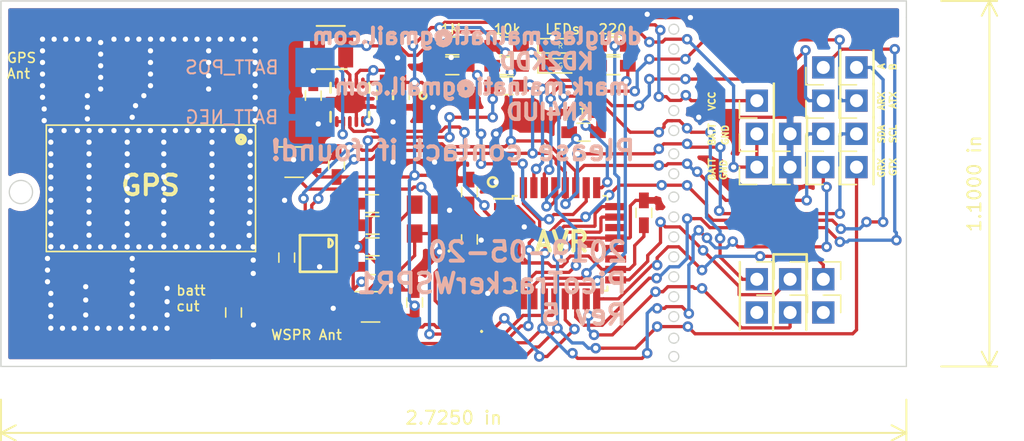
<source format=kicad_pcb>
(kicad_pcb (version 20171130) (host pcbnew "(5.1.0)-1")
  (layers (0 F.Cu signal) (31 B.Cu signal) (34 B.Paste user) (35 F.Paste user) (36 B.SilkS user) (37 F.SilkS user) (38 B.Mask user) (39 F.Mask user) (44 Edge.Cuts user))
  (net 0 "")
  (net 1 GND)
  (net 2 VCC)
  (net 3 VBATT)
  (net 4 "Net-(C3-Pad1)")
  (net 5 GPS_VCC)
  (net 6 WSPR_VCC)
  (net 7 SER_RXD)
  (net 8 SER_TXD)
  (net 9 SDA)
  (net 10 SCL)
  (net 11 SPI_MISO)
  (net 12 SPI_SCK)
  (net 13 SPI_RESET)
  (net 14 SPI_MOSI)
  (net 15 GPS_SER_OUT)
  (net 16 GPS_SER_IN)
  (net 17 SIG_A)
  (net 18 SIG_B)
  (net 19 GPS_RF_IN)
  (net 20 WSPR_RF_OUT)
  (net 21 "Net-(D1-Pad2)")
  (net 22 "Net-(D2-Pad2)")
  (net 23 "Net-(J1-Pad2)")
  (net 24 "Net-(L1-Pad2)")
  (net 25 GPS_ENABLE)
  (net 26 WSPR_ENABLE)
  (net 27 "Net-(M4-Pad2)")
  (net 28 LED_1)
  (net 29 LED_2)
  (net 30 REG_PS_CTL)
  (net 31 VBATT_SENSE)
  (net 32 "Net-(M3-Pad8_RE)")
  (net 33 GPS_V_BCKP)
  (net 34 VTEMP_SENSE)
  (net 35 "Net-(R10-Pad2)")
  (net 36 "Net-(TCXO1-Pad3)")
  (net 37 TEMP_ENABLE)
  (module CustomFootprintLibrary:texas-S-PDSO-N10 (layer F.Cu) (at 80.645 69.977 180)
    (fp_text reference REG_3V3_BOARD1 hide)
    (fp_text value TPS61201 hide)
    (pad PP@2 smd oval (at 0 0.27432 180) (size 3.79984 0.2794) (layers F.Cu F.Paste F.Mask) (net 1 GND))
    (pad PP@1 smd oval (at 0 -0.27432 180) (size 3.79984 0.2794) (layers F.Cu F.Paste F.Mask) (net 1 GND))
    (pad PP smd oval (at 0 0 180) (size 2.39776 1.64846) (layers F.Cu F.Paste F.Mask) (net 1 GND))
    (pad 10 smd oval (at -0.99822 -1.4732 90) (size 0.84836 0.2794) (layers F.Cu F.Paste F.Mask) (net 2 VCC))
    (pad 9 smd oval (at -0.49784 -1.4732 90) (size 0.84836 0.2794) (layers F.Cu F.Paste F.Mask) (net 1 GND))
    (pad 8 smd oval (at 0 -1.4732 90) (size 0.84836 0.2794) (layers F.Cu F.Paste F.Mask) (net 30 REG_PS_CTL))
    (pad 7 smd oval (at 0.49784 -1.4732 90) (size 0.84836 0.2794) (layers F.Cu F.Paste F.Mask) (net 3 VBATT))
    (pad 6 smd oval (at 0.99822 -1.4732 90) (size 0.84836 0.2794) (layers F.Cu F.Paste F.Mask) (net 3 VBATT))
    (pad 5 smd oval (at 0.99822 1.4732 270) (size 0.84836 0.2794) (layers F.Cu F.Paste F.Mask) (net 3 VBATT))
    (pad 4 smd oval (at 0.49784 1.4732 270) (size 0.84836 0.2794) (layers F.Cu F.Paste F.Mask) (net 1 GND))
    (pad 3 smd oval (at 0 1.4732 270) (size 0.84836 0.2794) (layers F.Cu F.Paste F.Mask) (net 24 "Net-(L1-Pad2)"))
    (pad 2 smd oval (at -0.49784 1.4732 270) (size 0.84836 0.2794) (layers F.Cu F.Paste F.Mask) (net 2 VCC))
    (pad 1 smd oval (at -0.99822 1.4732 270) (size 0.84836 0.2794) (layers F.Cu F.Paste F.Mask) (net 4 "Net-(C3-Pad1)"))
  )
  (module Capacitors_SMD:C_0603_HandSoldering (layer F.Cu) (at 103.124 78.425 90)
    (fp_text reference C1 hide)
    (fp_text value .1uF)
    (pad 2 smd rect (at 0.95 0 90) (size 1.2 0.75) (layers F.Cu F.Paste F.Mask) (net 1 GND))
    (pad 1 smd rect (at -0.95 0 90) (size 1.2 0.75) (layers F.Cu F.Paste F.Mask) (net 2 VCC))
  )
  (module Capacitors_SMD:C_0603_HandSoldering (layer F.Cu) (at 77.851 69.469 270)
    (fp_text reference C2 hide)
    (fp_text value 22uF hide)
    (pad 1 smd rect (at -0.95 0 270) (size 1.2 0.75) (layers F.Cu F.Paste F.Mask) (net 3 VBATT))
    (pad 2 smd rect (at 0.95 0 270) (size 1.2 0.75) (layers F.Cu F.Paste F.Mask) (net 1 GND))
  )
  (module Capacitors_SMD:C_0603_HandSoldering (layer F.Cu) (at 83.312 69.408 270)
    (fp_text reference C3 hide)
    (fp_text value 1uF hide)
    (pad 2 smd rect (at 0.95 0 270) (size 1.2 0.75) (layers F.Cu F.Paste F.Mask) (net 1 GND))
    (pad 1 smd rect (at -0.95 0 270) (size 1.2 0.75) (layers F.Cu F.Paste F.Mask) (net 4 "Net-(C3-Pad1)"))
  )
  (module Capacitors_SMD:C_0603_HandSoldering (layer F.Cu) (at 84.582 69.408 270)
    (fp_text reference C4 hide)
    (fp_text value 22uF hide)
    (pad 1 smd rect (at -0.95 0 270) (size 1.2 0.75) (layers F.Cu F.Paste F.Mask) (net 2 VCC))
    (pad 2 smd rect (at 0.95 0 270) (size 1.2 0.75) (layers F.Cu F.Paste F.Mask) (net 1 GND))
  )
  (module Capacitors_SMD:C_0603_HandSoldering (layer F.Cu) (at 71.755 86.045 270)
    (fp_text reference C5 hide)
    (fp_text value .1uF)
    (pad 1 smd rect (at -0.95 0 270) (size 1.2 0.75) (layers F.Cu F.Paste F.Mask) (net 5 GPS_VCC))
    (pad 2 smd rect (at 0.95 0 270) (size 1.2 0.75) (layers F.Cu F.Paste F.Mask) (net 1 GND))
  )
  (module Capacitors_SMD:C_0603_HandSoldering (layer F.Cu) (at 79.629 74.737 270)
    (fp_text reference C6 hide)
    (fp_text value 22uF)
    (pad 1 smd rect (at -0.95 0 270) (size 1.2 0.75) (layers F.Cu F.Paste F.Mask) (net 1 GND))
    (pad 2 smd rect (at 0.95 0 270) (size 1.2 0.75) (layers F.Cu F.Paste F.Mask) (net 2 VCC))
  )
  (module Capacitors_SMD:C_0603_HandSoldering (layer F.Cu) (at 82.23 82.55)
    (fp_text reference C7 hide)
    (fp_text value .1uF hide)
    (pad 1 smd rect (at -0.95 0) (size 1.2 0.75) (layers F.Cu F.Paste F.Mask) (net 6 WSPR_VCC))
    (pad 2 smd rect (at 0.95 0) (size 1.2 0.75) (layers F.Cu F.Paste F.Mask) (net 1 GND))
  )
  (module Capacitors_SMD:C_0603_HandSoldering (layer F.Cu) (at 85.598 85.278 270)
    (fp_text reference C8 hide)
    (fp_text value 22uF hide)
    (pad 2 smd rect (at 0.95 0 270) (size 1.2 0.75) (layers F.Cu F.Paste F.Mask) (net 2 VCC))
    (pad 1 smd rect (at -0.95 0 270) (size 1.2 0.75) (layers F.Cu F.Paste F.Mask) (net 1 GND))
  )
  (module Capacitors_SMD:C_0603_HandSoldering (layer F.Cu) (at 89.789 76.835 90)
    (fp_text reference C9 hide)
    (fp_text value .1uF hide)
    (pad 2 smd rect (at 0.95 0 90) (size 1.2 0.75) (layers F.Cu F.Paste F.Mask) (net 1 GND))
    (pad 1 smd rect (at -0.95 0 90) (size 1.2 0.75) (layers F.Cu F.Paste F.Mask) (net 2 VCC))
  )
  (module Capacitors_SMD:C_0603_HandSoldering (layer F.Cu) (at 75.819 81.849 90)
    (fp_text reference C10 hide)
    (fp_text value .1uF hide)
    (pad 2 smd rect (at 0.95 0 90) (size 1.2 0.75) (layers F.Cu F.Paste F.Mask) (net 6 WSPR_VCC))
    (pad 1 smd rect (at -0.95 0 90) (size 1.2 0.75) (layers F.Cu F.Paste F.Mask) (net 1 GND))
  )
  (module Measurement_Points:Measurement_Point_Square-SMD-Pad_Big (layer B.Cu) (at 77.978 71.12)
    (fp_text reference CONN1 hide)
    (fp_text value BATT_NEG (at -6.35 0) (layer B.SilkS) (effects (justify mirror)))
    (pad 1 smd rect (at 0 0) (size 3 3) (layers B.Cu B.Mask) (net 1 GND))
  )
  (module Measurement_Points:Measurement_Point_Square-SMD-Pad_Big (layer B.Cu) (at 77.978 67.31)
    (fp_text reference CONN2 hide)
    (fp_text value BATT_POS (at -6.35 0) (layer B.SilkS) (effects (justify mirror)))
    (pad 1 smd rect (at 0 0) (size 3 3) (layers B.Cu B.Mask) (net 3 VBATT))
  )
  (module Socket_Strips:Socket_Strip_Straight_1x01_Pitch2.54mm (layer F.Cu) (at 111.76 74.93 90)
    (fp_text reference CONN3 hide)
    (fp_text value BATT_INPUT hide)
    (pad 1 thru_hole rect (at 0 0 90) (size 1.7 1.7) (drill 1) (layers *.Cu *.Mask) (net 3 VBATT))
  )
  (module Socket_Strips:Socket_Strip_Straight_1x01_Pitch2.54mm (layer F.Cu) (at 114.3 74.93 90)
    (fp_text reference CONN4 hide)
    (fp_text value GND_INPUT hide)
    (pad 1 thru_hole rect (at 0 0 90) (size 1.7 1.7) (drill 1) (layers *.Cu *.Mask) (net 1 GND))
  )
  (module Socket_Strips:Socket_Strip_Straight_1x01_Pitch2.54mm (layer F.Cu) (at 116.84 69.85 90)
    (fp_text reference CONN5 hide)
    (fp_text value MCU_SER_RXD hide)
    (pad 1 thru_hole rect (at 0 0 90) (size 1.7 1.7) (drill 1) (layers *.Cu *.Mask) (net 7 SER_RXD))
  )
  (module Socket_Strips:Socket_Strip_Straight_1x01_Pitch2.54mm (layer F.Cu) (at 119.38 69.85 90)
    (fp_text reference CONN6 hide)
    (fp_text value MCU_SER_TXD hide)
    (pad 1 thru_hole rect (at 0 0 90) (size 1.7 1.7) (drill 1) (layers *.Cu *.Mask) (net 8 SER_TXD))
  )
  (module Socket_Strips:Socket_Strip_Straight_1x01_Pitch2.54mm (layer F.Cu) (at 111.76 72.39 90)
    (fp_text reference CONN7 hide)
    (fp_text value BATT_TAP hide)
    (pad 1 thru_hole rect (at 0 0 90) (size 1.7 1.7) (drill 1) (layers *.Cu *.Mask) (net 3 VBATT))
  )
  (module Socket_Strips:Socket_Strip_Straight_1x01_Pitch2.54mm (layer F.Cu) (at 116.84 72.39 90)
    (fp_text reference CONN9 hide)
    (fp_text value SDA_TAP hide)
    (pad 1 thru_hole rect (at 0 0 90) (size 1.7 1.7) (drill 1) (layers *.Cu *.Mask) (net 9 SDA))
  )
  (module Socket_Strips:Socket_Strip_Straight_1x01_Pitch2.54mm (layer F.Cu) (at 119.38 72.39 90)
    (fp_text reference CONN10 hide)
    (fp_text value SCL_TAP hide)
    (pad 1 thru_hole rect (at 0 0 90) (size 1.7 1.7) (drill 1) (layers *.Cu *.Mask) (net 10 SCL))
  )
  (module Pin_Headers:Pin_Header_Straight_1x01_Pitch2.54mm (layer F.Cu) (at 116.84 83.506 270)
    (fp_text reference CONN11 hide)
    (fp_text value SPI_MISO hide)
    (pad 1 thru_hole rect (at 0 0 270) (size 1.7 1.7) (drill 1) (layers *.Cu *.Mask) (net 11 SPI_MISO))
  )
  (module Pin_Headers:Pin_Header_Straight_1x01_Pitch2.54mm (layer F.Cu) (at 114.3 83.506 270)
    (fp_text reference CONN12 hide)
    (fp_text value SPI_SCK hide)
    (pad 1 thru_hole rect (at 0 0 270) (size 1.7 1.7) (drill 1) (layers *.Cu *.Mask) (net 12 SPI_SCK))
  )
  (module Pin_Headers:Pin_Header_Straight_1x01_Pitch2.54mm (layer F.Cu) (at 111.76 83.506 270)
    (fp_text reference CONN13 hide)
    (fp_text value SPI_RESET hide)
    (pad 1 thru_hole rect (at 0 0 270) (size 1.7 1.7) (drill 1) (layers *.Cu *.Mask) (net 13 SPI_RESET))
  )
  (module Pin_Headers:Pin_Header_Straight_1x01_Pitch2.54mm (layer F.Cu) (at 116.84 86.046 270)
    (fp_text reference CONN14 hide)
    (fp_text value VBATT hide)
    (pad 1 thru_hole rect (at 0 0 270) (size 1.7 1.7) (drill 1) (layers *.Cu *.Mask))
  )
  (module Pin_Headers:Pin_Header_Straight_1x01_Pitch2.54mm (layer F.Cu) (at 114.3 86.046 270)
    (fp_text reference CONN15 hide)
    (fp_text value SPI_MOSI hide)
    (pad 1 thru_hole rect (at 0 0 270) (size 1.7 1.7) (drill 1) (layers *.Cu *.Mask) (net 14 SPI_MOSI))
  )
  (module Pin_Headers:Pin_Header_Straight_1x01_Pitch2.54mm (layer F.Cu) (at 111.76 86.046 270)
    (fp_text reference CONN16 hide)
    (fp_text value GND hide)
    (pad 1 thru_hole rect (at 0 0 270) (size 1.7 1.7) (drill 1) (layers *.Cu *.Mask))
  )
  (module Socket_Strips:Socket_Strip_Straight_1x01_Pitch2.54mm (layer F.Cu) (at 119.38 74.93 90)
    (fp_text reference CONN17 hide)
    (fp_text value GPS_SER_OUT hide)
    (pad 1 thru_hole rect (at 0 0 90) (size 1.7 1.7) (drill 1) (layers *.Cu *.Mask) (net 15 GPS_SER_OUT))
  )
  (module Socket_Strips:Socket_Strip_Straight_1x01_Pitch2.54mm (layer F.Cu) (at 116.84 74.93 90)
    (fp_text reference CONN18 hide)
    (fp_text value GPS_SER_IN hide)
    (pad 1 thru_hole rect (at 0 0 90) (size 1.7 1.7) (drill 1) (layers *.Cu *.Mask) (net 16 GPS_SER_IN))
  )
  (module Socket_Strips:Socket_Strip_Straight_1x01_Pitch2.54mm (layer F.Cu) (at 116.84 67.31 90)
    (fp_text reference CONN19 hide)
    (fp_text value SIG_A hide)
    (pad 1 thru_hole rect (at 0 0 90) (size 1.7 1.7) (drill 1) (layers *.Cu *.Mask) (net 17 SIG_A))
  )
  (module Socket_Strips:Socket_Strip_Straight_1x01_Pitch2.54mm (layer F.Cu) (at 119.38 67.31 90)
    (fp_text reference CONN20 hide)
    (fp_text value SIG_B hide)
    (pad 1 thru_hole rect (at 0 0 90) (size 1.7 1.7) (drill 1) (layers *.Cu *.Mask) (net 18 SIG_B))
  )
  (module LEDs:LED_0603_HandSoldering (layer F.Cu) (at 96.817 65.659)
    (fp_text reference D1 hide)
    (fp_text value LED_Small hide)
    (pad 2 smd rect (at 1.1 0) (size 1.2 0.9) (layers F.Cu F.Paste F.Mask) (net 21 "Net-(D1-Pad2)"))
    (pad 1 smd rect (at -1.1 0) (size 1.2 0.9) (layers F.Cu F.Paste F.Mask) (net 1 GND))
  )
  (module LEDs:LED_0603_HandSoldering (layer F.Cu) (at 96.817 67.183)
    (fp_text reference D2 hide)
    (fp_text value LED_Small hide)
    (pad 1 smd rect (at -1.1 0) (size 1.2 0.9) (layers F.Cu F.Paste F.Mask) (net 1 GND))
    (pad 2 smd rect (at 1.1 0) (size 1.2 0.9) (layers F.Cu F.Paste F.Mask) (net 22 "Net-(D2-Pad2)"))
  )
  (module CustomFootprintLibrary:CUT_TRACE (layer F.Cu) (at 70.104 84.836 90)
    (fp_text reference J1 hide)
    (fp_text value Conn_01x02 hide)
    (fp_line (start -0.381 0) (end 0.381 0) (layer F.Cu) (width 0.15))
    (pad 1 smd rect (at -0.635 0 90) (size 1 1) (layers F.Cu F.Paste F.Mask) (net 33 GPS_V_BCKP))
    (pad 2 smd rect (at 0.635 0 90) (size 1 1) (layers F.Cu F.Paste F.Mask) (net 23 "Net-(J1-Pad2)"))
  )
  (module CustomFootprintLibrary:coilcraft-LPS3015-222 (layer F.Cu) (at 79.248 65.786)
    (fp_text reference L1 hide)
    (fp_text value 2.2uH hide)
    (pad 2 smd rect (at 1.0795 0) (size 1.143 3.048) (layers F.Cu F.Paste F.Mask) (net 24 "Net-(L1-Pad2)"))
    (pad 1 smd rect (at -1.0795 0) (size 1.143 3.048) (layers F.Cu F.Paste F.Mask) (net 3 VBATT))
  )
  (module TO_SOT_Packages_SMD:SOT-363_SC-70-6_Handsoldering (layer F.Cu) (at 76.387 74.549)
    (fp_text reference M1 hide)
    (fp_text value SIP32431DR3-T1GE3 hide)
    (pad 6 smd rect (at 1.33 -0.65) (size 1.5 0.4) (layers F.Cu F.Paste F.Mask))
    (pad 5 smd rect (at 1.33 0) (size 1.5 0.4) (layers F.Cu F.Paste F.Mask) (net 1 GND))
    (pad 4 smd rect (at 1.33 0.65) (size 1.5 0.4) (layers F.Cu F.Paste F.Mask) (net 2 VCC))
    (pad 3 smd rect (at -1.33 0.65) (size 1.5 0.4) (layers F.Cu F.Paste F.Mask) (net 25 GPS_ENABLE))
    (pad 2 smd rect (at -1.33 0) (size 1.5 0.4) (layers F.Cu F.Paste F.Mask) (net 1 GND))
    (pad 1 smd rect (at -1.33 -0.65) (size 1.5 0.4) (layers F.Cu F.Paste F.Mask) (net 5 GPS_VCC))
  )
  (module TO_SOT_Packages_SMD:SOT-363_SC-70-6_Handsoldering (layer F.Cu) (at 82.229 85.613)
    (fp_text reference M2 hide)
    (fp_text value SIP32431DR3-T1GE3 hide)
    (pad 1 smd rect (at -1.33 -0.65) (size 1.5 0.4) (layers F.Cu F.Paste F.Mask) (net 6 WSPR_VCC))
    (pad 2 smd rect (at -1.33 0) (size 1.5 0.4) (layers F.Cu F.Paste F.Mask) (net 1 GND))
    (pad 3 smd rect (at -1.33 0.65) (size 1.5 0.4) (layers F.Cu F.Paste F.Mask) (net 26 WSPR_ENABLE))
    (pad 4 smd rect (at 1.33 0.65) (size 1.5 0.4) (layers F.Cu F.Paste F.Mask) (net 2 VCC))
    (pad 5 smd rect (at 1.33 0) (size 1.5 0.4) (layers F.Cu F.Paste F.Mask) (net 1 GND))
    (pad 6 smd rect (at 1.33 -0.65) (size 1.5 0.4) (layers F.Cu F.Paste F.Mask))
  )
  (module CustomFootprintLibrary:UBLOX_NEO-6 (layer F.Cu) (at 64.93764 76.95184 90)
    (fp_text reference M3 hide)
    (fp_text value UBLOX_NEO-6 hide)
    (pad 1_RE smd rect (at 6.39826 7.39902 180) (size 0.79756 1.79832) (layers F.Cu F.Paste F.Mask))
    (pad 2_SS smd rect (at 6.39826 6.2992 180) (size 0.79756 1.79832) (layers F.Cu F.Paste F.Mask))
    (pad 3_TI smd rect (at 6.39826 5.19938 180) (size 0.79756 1.79832) (layers F.Cu F.Paste F.Mask))
    (pad 4_EX smd rect (at 6.39826 4.09956 180) (size 0.79756 1.79832) (layers F.Cu F.Paste F.Mask))
    (pad 5_US smd rect (at 6.39826 2.99974 180) (size 0.79756 1.79832) (layers F.Cu F.Paste F.Mask))
    (pad 6_US smd rect (at 6.39826 1.89992 180) (size 0.79756 1.79832) (layers F.Cu F.Paste F.Mask))
    (pad 7_VD smd rect (at 6.39826 0.79756 180) (size 0.79756 1.79832) (layers F.Cu F.Paste F.Mask) (net 1 GND))
    (pad 8_RE smd rect (at 6.39826 -2.19964 180) (size 0.79756 1.79832) (layers F.Cu F.Paste F.Mask) (net 32 "Net-(M3-Pad8_RE)"))
    (pad 9_VC smd rect (at 6.39826 -3.29946 180) (size 0.79756 1.79832) (layers F.Cu F.Paste F.Mask) (net 32 "Net-(M3-Pad8_RE)"))
    (pad 10_G smd rect (at 6.39826 -4.39928 180) (size 0.79756 1.79832) (layers F.Cu F.Paste F.Mask) (net 1 GND))
    (pad 11_R smd rect (at 6.39826 -5.4991 180) (size 0.79756 1.79832) (layers F.Cu F.Paste F.Mask) (net 19 GPS_RF_IN))
    (pad 12_G smd rect (at 6.39826 -6.59892 180) (size 0.79756 1.79832) (layers F.Cu F.Paste F.Mask) (net 1 GND))
    (pad 13_G smd rect (at -5.59816 -6.59892 180) (size 0.79756 1.79832) (layers F.Cu F.Paste F.Mask) (net 1 GND))
    (pad 14_M smd rect (at -5.59816 -5.4991 180) (size 0.79756 1.79832) (layers F.Cu F.Paste F.Mask))
    (pad 15_M smd rect (at -5.59816 -4.39928 180) (size 0.79756 1.79832) (layers F.Cu F.Paste F.Mask))
    (pad 16_C smd rect (at -5.59816 -3.29946 180) (size 0.79756 1.79832) (layers F.Cu F.Paste F.Mask))
    (pad 17_R smd rect (at -5.59816 -2.19964 180) (size 0.79756 1.79832) (layers F.Cu F.Paste F.Mask))
    (pad 18_S smd rect (at -5.59816 0.79756 180) (size 0.79756 1.79832) (layers F.Cu F.Paste F.Mask))
    (pad 19_S smd rect (at -5.59816 1.89992 180) (size 0.79756 1.79832) (layers F.Cu F.Paste F.Mask))
    (pad 20_T smd rect (at -5.59816 2.99974 180) (size 0.79756 1.79832) (layers F.Cu F.Paste F.Mask) (net 15 GPS_SER_OUT))
    (pad 21_R smd rect (at -5.59816 4.09956 180) (size 0.79756 1.79832) (layers F.Cu F.Paste F.Mask) (net 16 GPS_SER_IN))
    (pad 22_V smd rect (at -5.59816 5.19938 180) (size 0.79756 1.79832) (layers F.Cu F.Paste F.Mask) (net 23 "Net-(J1-Pad2)"))
    (pad 23_V smd rect (at -5.59816 6.2992 180) (size 0.79756 1.79832) (layers F.Cu F.Paste F.Mask) (net 5 GPS_VCC))
    (pad 24_G smd rect (at -5.59816 7.39902 180) (size 0.79756 1.79832) (layers F.Cu F.Paste F.Mask) (net 1 GND))
  )
  (module CustomFootprintLibrary:SI5351A (layer F.Cu) (at 78.232 81.534 90)
    (fp_text reference M4 hide)
    (fp_text value SI5351A hide)
    (pad 1 smd rect (at 2.25 0.99822 180) (size 0.24892 1.3) (layers F.Cu F.Paste F.Mask) (net 6 WSPR_VCC))
    (pad 2 smd rect (at 2.25 0.49784 180) (size 0.24892 1.3) (layers F.Cu F.Paste F.Mask) (net 27 "Net-(M4-Pad2)"))
    (pad 3 smd rect (at 2.25 0 180) (size 0.24892 1.3) (layers F.Cu F.Paste F.Mask))
    (pad 4 smd rect (at 2.25 -0.49784 180) (size 0.24892 1.3) (layers F.Cu F.Paste F.Mask) (net 10 SCL))
    (pad 5 smd rect (at 2.25 -0.99822 180) (size 0.24892 1.3) (layers F.Cu F.Paste F.Mask) (net 9 SDA))
    (pad 6 smd rect (at -2.25 -0.99822) (size 0.24892 1.3) (layers F.Cu F.Paste F.Mask))
    (pad 7 smd rect (at -2.25 -0.49784) (size 0.24892 1.3) (layers F.Cu F.Paste F.Mask) (net 6 WSPR_VCC))
    (pad 8 smd rect (at -2.25 0) (size 0.24892 1.3) (layers F.Cu F.Paste F.Mask) (net 1 GND))
    (pad 9 smd rect (at -2.25 0.49784) (size 0.24892 1.3) (layers F.Cu F.Paste F.Mask))
    (pad 10 smd rect (at -2.25 0.99822) (size 0.24892 1.3) (layers F.Cu F.Paste F.Mask) (net 20 WSPR_RF_OUT))
  )
  (module Resistors_SMD:R_0603_HandSoldering (layer F.Cu) (at 100.795 65.659)
    (fp_text reference R1 hide)
    (fp_text value 220 hide)
    (pad 2 smd rect (at 1.1 0) (size 1.2 0.9) (layers F.Cu F.Paste F.Mask) (net 28 LED_1))
    (pad 1 smd rect (at -1.1 0) (size 1.2 0.9) (layers F.Cu F.Paste F.Mask) (net 21 "Net-(D1-Pad2)"))
  )
  (module Resistors_SMD:R_0603_HandSoldering (layer F.Cu) (at 100.795 67.183)
    (fp_text reference R2 hide)
    (fp_text value 220 hide)
    (pad 1 smd rect (at -1.1 0) (size 1.2 0.9) (layers F.Cu F.Paste F.Mask) (net 22 "Net-(D2-Pad2)"))
    (pad 2 smd rect (at 1.1 0) (size 1.2 0.9) (layers F.Cu F.Paste F.Mask) (net 29 LED_2))
  )
  (module Resistors_SMD:R_0603_HandSoldering (layer F.Cu) (at 92.626 65.659)
    (fp_text reference R3 hide)
    (fp_text value 10k hide)
    (pad 2 smd rect (at 1.1 0) (size 1.2 0.9) (layers F.Cu F.Paste F.Mask) (net 13 SPI_RESET))
    (pad 1 smd rect (at -1.1 0) (size 1.2 0.9) (layers F.Cu F.Paste F.Mask) (net 2 VCC))
  )
  (module Resistors_SMD:R_0603_HandSoldering (layer F.Cu) (at 92.626 67.183)
    (fp_text reference R4 hide)
    (fp_text value 10k hide)
    (pad 1 smd rect (at -1.1 0) (size 1.2 0.9) (layers F.Cu F.Paste F.Mask) (net 6 WSPR_VCC))
    (pad 2 smd rect (at 1.1 0) (size 1.2 0.9) (layers F.Cu F.Paste F.Mask) (net 9 SDA))
  )
  (module Housings_QFP:TQFP-32_7x7mm_Pitch0.8mm (layer F.Cu) (at 96.715 80.753)
    (fp_text reference U1 hide)
    (fp_text value ATMEGA328P-AU)
    (pad 32 smd rect (at -2.8 -4.25 90) (size 1.6 0.55) (layers F.Cu F.Paste F.Mask) (net 18 SIG_B))
    (pad 31 smd rect (at -2 -4.25 90) (size 1.6 0.55) (layers F.Cu F.Paste F.Mask) (net 8 SER_TXD))
    (pad 30 smd rect (at -1.2 -4.25 90) (size 1.6 0.55) (layers F.Cu F.Paste F.Mask) (net 7 SER_RXD))
    (pad 29 smd rect (at -0.4 -4.25 90) (size 1.6 0.55) (layers F.Cu F.Paste F.Mask) (net 13 SPI_RESET))
    (pad 28 smd rect (at 0.4 -4.25 90) (size 1.6 0.55) (layers F.Cu F.Paste F.Mask) (net 10 SCL))
    (pad 27 smd rect (at 1.2 -4.25 90) (size 1.6 0.55) (layers F.Cu F.Paste F.Mask) (net 9 SDA))
    (pad 26 smd rect (at 2 -4.25 90) (size 1.6 0.55) (layers F.Cu F.Paste F.Mask) (net 31 VBATT_SENSE))
    (pad 25 smd rect (at 2.8 -4.25 90) (size 1.6 0.55) (layers F.Cu F.Paste F.Mask) (net 34 VTEMP_SENSE))
    (pad 24 smd rect (at 4.25 -2.8) (size 1.6 0.55) (layers F.Cu F.Paste F.Mask) (net 16 GPS_SER_IN))
    (pad 23 smd rect (at 4.25 -2) (size 1.6 0.55) (layers F.Cu F.Paste F.Mask) (net 15 GPS_SER_OUT))
    (pad 22 smd rect (at 4.25 -1.2) (size 1.6 0.55) (layers F.Cu F.Paste F.Mask))
    (pad 21 smd rect (at 4.25 -0.4) (size 1.6 0.55) (layers F.Cu F.Paste F.Mask) (net 1 GND))
    (pad 20 smd rect (at 4.25 0.4) (size 1.6 0.55) (layers F.Cu F.Paste F.Mask))
    (pad 19 smd rect (at 4.25 1.2) (size 1.6 0.55) (layers F.Cu F.Paste F.Mask))
    (pad 18 smd rect (at 4.25 2) (size 1.6 0.55) (layers F.Cu F.Paste F.Mask) (net 2 VCC))
    (pad 17 smd rect (at 4.25 2.8) (size 1.6 0.55) (layers F.Cu F.Paste F.Mask) (net 12 SPI_SCK))
    (pad 16 smd rect (at 2.8 4.25 90) (size 1.6 0.55) (layers F.Cu F.Paste F.Mask) (net 11 SPI_MISO))
    (pad 15 smd rect (at 2 4.25 90) (size 1.6 0.55) (layers F.Cu F.Paste F.Mask) (net 14 SPI_MOSI))
    (pad 14 smd rect (at 1.2 4.25 90) (size 1.6 0.55) (layers F.Cu F.Paste F.Mask) (net 17 SIG_A))
    (pad 13 smd rect (at 0.4 4.25 90) (size 1.6 0.55) (layers F.Cu F.Paste F.Mask) (net 26 WSPR_ENABLE))
    (pad 12 smd rect (at -0.4 4.25 90) (size 1.6 0.55) (layers F.Cu F.Paste F.Mask) (net 25 GPS_ENABLE))
    (pad 11 smd rect (at -1.2 4.25 90) (size 1.6 0.55) (layers F.Cu F.Paste F.Mask) (net 29 LED_2))
    (pad 10 smd rect (at -2 4.25 90) (size 1.6 0.55) (layers F.Cu F.Paste F.Mask) (net 28 LED_1))
    (pad 9 smd rect (at -2.8 4.25 90) (size 1.6 0.55) (layers F.Cu F.Paste F.Mask) (net 37 TEMP_ENABLE))
    (pad 8 smd rect (at -4.25 2.8) (size 1.6 0.55) (layers F.Cu F.Paste F.Mask))
    (pad 7 smd rect (at -4.25 2) (size 1.6 0.55) (layers F.Cu F.Paste F.Mask) (net 36 "Net-(TCXO1-Pad3)"))
    (pad 6 smd rect (at -4.25 1.2) (size 1.6 0.55) (layers F.Cu F.Paste F.Mask) (net 2 VCC))
    (pad 5 smd rect (at -4.25 0.4) (size 1.6 0.55) (layers F.Cu F.Paste F.Mask) (net 1 GND))
    (pad 4 smd rect (at -4.25 -0.4) (size 1.6 0.55) (layers F.Cu F.Paste F.Mask) (net 2 VCC))
    (pad 3 smd rect (at -4.25 -1.2) (size 1.6 0.55) (layers F.Cu F.Paste F.Mask) (net 1 GND))
    (pad 2 smd rect (at -4.25 -2) (size 1.6 0.55) (layers F.Cu F.Paste F.Mask) (net 30 REG_PS_CTL))
    (pad 1 smd rect (at -4.25 -2.8) (size 1.6 0.55) (layers F.Cu F.Paste F.Mask) (net 33 GPS_V_BCKP))
  )
  (module Socket_Strips:Socket_Strip_Straight_1x01_Pitch2.54mm (layer F.Cu) (at 111.76 69.85 90)
    (fp_text reference CONN8 hide)
    (fp_text value VCC_TAP hide)
    (pad 1 thru_hole rect (at 0 0 90) (size 1.7 1.7) (drill 1) (layers *.Cu *.Mask) (net 2 VCC))
  )
  (module Socket_Strips:Socket_Strip_Straight_1x01_Pitch2.54mm (layer F.Cu) (at 114.3 72.39 90)
    (fp_text reference CONN25 hide)
    (fp_text value GND_TAP hide)
    (pad 1 thru_hole rect (at 0 0 90) (size 1.7 1.7) (drill 1) (layers *.Cu *.Mask) (net 1 GND))
  )
  (module Resistors_SMD:R_0603_HandSoldering (layer F.Cu) (at 88.476 65.659 180)
    (fp_text reference R7 hide)
    (fp_text value 1M)
    (pad 1 smd rect (at -1.1 0 180) (size 1.2 0.9) (layers F.Cu F.Paste F.Mask) (net 31 VBATT_SENSE))
    (pad 2 smd rect (at 1.1 0 180) (size 1.2 0.9) (layers F.Cu F.Paste F.Mask) (net 3 VBATT))
  )
  (module Resistors_SMD:R_0603_HandSoldering (layer F.Cu) (at 88.476 67.183)
    (fp_text reference R8 hide)
    (fp_text value 1M)
    (pad 1 smd rect (at -1.1 0) (size 1.2 0.9) (layers F.Cu F.Paste F.Mask) (net 1 GND))
    (pad 2 smd rect (at 1.1 0) (size 1.2 0.9) (layers F.Cu F.Paste F.Mask) (net 31 VBATT_SENSE))
  )
  (module Capacitors_SMD:C_0603_HandSoldering (layer F.Cu) (at 89.789 80.457 90)
    (fp_text reference C11 hide)
    (fp_text value .1uF)
    (pad 2 smd rect (at 0.95 0 90) (size 1.2 0.75) (layers F.Cu F.Paste F.Mask) (net 1 GND))
    (pad 1 smd rect (at -0.95 0 90) (size 1.2 0.75) (layers F.Cu F.Paste F.Mask) (net 2 VCC))
  )
  (module Measurement_Points:Measurement_Point_Square-SMD-Pad_Big (layer F.Cu) (at 62.992 67.31 90)
    (fp_text reference CONN21 hide)
    (fp_text value GPS_RF_GND)
    (pad 1 smd rect (at 0 0 90) (size 3 3) (layers F.Cu F.Mask) (net 1 GND))
  )
  (module Measurement_Points:Measurement_Point_Square-SMD-Pad_Big (layer F.Cu) (at 59.436 67.31 90)
    (fp_text reference CONN22 hide)
    (fp_text value GPS_RF_IN)
    (pad 1 smd rect (at 0 0 90) (size 3 3) (layers F.Cu F.Mask) (net 19 GPS_RF_IN))
  )
  (module Measurement_Points:Measurement_Point_Square-SMD-Pad_Small (layer F.Cu) (at 78.359 85.979)
    (fp_text reference CONN23 hide)
    (fp_text value WSPR_RF_GND)
    (pad 1 smd rect (at 0 0) (size 1.5 1.5) (layers F.Cu F.Mask) (net 1 GND))
  )
  (module Measurement_Points:Measurement_Point_Square-SMD-Pad_Small (layer F.Cu) (at 76.2 85.979)
    (fp_text reference CONN24 hide)
    (fp_text value WSPR_RF_OUT)
    (pad 1 smd rect (at 0 0) (size 1.5 1.5) (layers F.Cu F.Mask) (net 20 WSPR_RF_OUT))
  )
  (module Resistors_SMD:R_0603_HandSoldering (layer F.Cu) (at 98.509 72.263)
    (fp_text reference R5 hide)
    (fp_text value R_Small)
    (pad 2 smd rect (at 1.1 0) (size 1.2 0.9) (layers F.Cu F.Paste F.Mask) (net 34 VTEMP_SENSE))
    (pad 1 smd rect (at -1.1 0) (size 1.2 0.9) (layers F.Cu F.Paste F.Mask) (net 37 TEMP_ENABLE))
  )
  (module Resistors_SMD:R_0603_HandSoldering (layer F.Cu) (at 92.626 68.707)
    (fp_text reference R6 hide)
    (fp_text value 10k)
    (pad 2 smd rect (at 1.1 0) (size 1.2 0.9) (layers F.Cu F.Paste F.Mask) (net 10 SCL))
    (pad 1 smd rect (at -1.1 0) (size 1.2 0.9) (layers F.Cu F.Paste F.Mask) (net 6 WSPR_VCC))
  )
  (module Resistors_SMD:R_0603_HandSoldering (layer F.Cu) (at 82.38 81.026 180)
    (fp_text reference R9 hide)
    (fp_text value 100)
    (pad 2 smd rect (at 1.1 0 180) (size 1.2 0.9) (layers F.Cu F.Paste F.Mask) (net 1 GND))
    (pad 1 smd rect (at -1.1 0 180) (size 1.2 0.9) (layers F.Cu F.Paste F.Mask) (net 35 "Net-(R10-Pad2)"))
  )
  (module Resistors_SMD:R_0603_HandSoldering (layer F.Cu) (at 82.38 79.375)
    (fp_text reference R10 hide)
    (fp_text value 68)
    (pad 1 smd rect (at -1.1 0) (size 1.2 0.9) (layers F.Cu F.Paste F.Mask) (net 27 "Net-(M4-Pad2)"))
    (pad 2 smd rect (at 1.1 0) (size 1.2 0.9) (layers F.Cu F.Paste F.Mask) (net 35 "Net-(R10-Pad2)"))
  )
  (module Resistors_SMD:R_0603_HandSoldering (layer F.Cu) (at 82.339 77.724)
    (fp_text reference R11 hide)
    (fp_text value 100)
    (pad 1 smd rect (at -1.1 0) (size 1.2 0.9) (layers F.Cu F.Paste F.Mask) (net 27 "Net-(M4-Pad2)"))
    (pad 2 smd rect (at 1.1 0) (size 1.2 0.9) (layers F.Cu F.Paste F.Mask) (net 1 GND))
  )
  (module CustomFootprintLibrary:CRYSTAL_3.2mmWidth_2.5mmHeight (layer F.Cu) (at 88.9381 85.0519 180)
    (fp_text reference TCXO1 hide)
    (fp_text value CRYSTAL_TCXO_3.2mmWidth_2.5mmHeight hide)
    (fp_text user . (at -1.778 -2.032 180) (layer F.SilkS))
    (pad 1 smd rect (at -0.8509 -1.1049 180) (size 1.1938 1.397) (layers F.Cu F.Paste F.Mask) (net 2 VCC))
    (pad 2 smd rect (at -0.8509 1.1049 180) (size 1.1938 1.397) (layers F.Cu F.Paste F.Mask) (net 1 GND))
    (pad 3 smd rect (at 0.8509 1.1049 180) (size 1.1938 1.397) (layers F.Cu F.Paste F.Mask) (net 36 "Net-(TCXO1-Pad3)"))
    (pad 4 smd rect (at 0.8509 -1.1049 180) (size 1.1938 1.397) (layers F.Cu F.Paste F.Mask) (net 2 VCC))
  )
  (module CustomFootprintLibrary:CRYSTAL_3.2mmWidth_2.5mmHeight (layer F.Cu) (at 86.4489 78.9051 180)
    (fp_text reference TCXO2 hide)
    (fp_text value CRYSTAL_TCXO_3.2mmWidth_2.5mmHeight hide)
    (fp_text user . (at -1.778 -2.032 180) (layer F.SilkS))
    (pad 4 smd rect (at 0.8509 -1.1049 180) (size 1.1938 1.397) (layers F.Cu F.Paste F.Mask) (net 6 WSPR_VCC))
    (pad 3 smd rect (at 0.8509 1.1049 180) (size 1.1938 1.397) (layers F.Cu F.Paste F.Mask) (net 35 "Net-(R10-Pad2)"))
    (pad 2 smd rect (at -0.8509 1.1049 180) (size 1.1938 1.397) (layers F.Cu F.Paste F.Mask) (net 1 GND))
    (pad 1 smd rect (at -0.8509 -1.1049 180) (size 1.1938 1.397) (layers F.Cu F.Paste F.Mask) (net 6 WSPR_VCC))
  )
  (module CustomFootprintLibrary:PTS060301B100RP100 (layer F.Cu) (at 98.425 70.739)
    (fp_text reference TH1 hide)
    (fp_text value PT100 hide)
    (fp_text user T (at 0 0) (layer F.SilkS) (effects (font (size 0.5 0.5) (thickness 0.125))))
    (pad 1 smd rect (at -0.8001 0) (size 0.635 0.8636) (layers F.Cu F.Paste F.Mask) (net 1 GND))
    (pad 2 smd rect (at 0.8001 0) (size 0.635 0.8636) (layers F.Cu F.Paste F.Mask) (net 34 VTEMP_SENSE))
  )
  (dimension 69.215 (width 0.15) (layer F.SilkS) (gr_text "69.215 mm" (at 88.5825 96.55) (layer F.SilkS) (effects (font (size 1 1) (thickness 0.15)))) (feature1 (pts (xy 53.975 92.71) (xy 53.975 95.836421))) (feature2 (pts (xy 123.19 92.71) (xy 123.19 95.836421))) (crossbar (pts (xy 123.19 95.25) (xy 53.975 95.25))) (arrow1a (pts (xy 53.975 95.25) (xy 55.101504 94.663579))) (arrow1b (pts (xy 53.975 95.25) (xy 55.101504 95.836421))) (arrow2a (pts (xy 123.19 95.25) (xy 122.063496 94.663579))) (arrow2b (pts (xy 123.19 95.25) (xy 122.063496 95.836421))))
  (gr_line (start 53.975 62.23) (end 53.975 63.5) (layer Edge.Cuts) (width 0.1))
  (gr_line (start 123.19 62.23) (end 123.19 63.5) (layer Edge.Cuts) (width 0.1))
  (gr_line (start 53.975 90.17) (end 53.975 63.5) (layer Edge.Cuts) (width 0.1))
  (gr_line (start 123.19 90.17) (end 53.975 90.17) (layer Edge.Cuts) (width 0.1))
  (gr_line (start 123.19 63.5) (end 123.19 90.17) (layer Edge.Cuts) (width 0.1))
  (gr_line (start 53.975 62.23) (end 123.19 62.23) (layer Edge.Cuts) (width 0.1))
  (gr_circle (center 105.41 89.408) (end 105.791 89.412) (layer Edge.Cuts) (width 0.1))
  (gr_text "douglas.malnati@gmail.com\n    KD2KDD\n mark.malnati@gmail.com\n    KN4IUD" (at 103.124 67.818) (layer B.SilkS) (effects (font (size 1.2 1.2) (thickness 0.3)) (justify left mirror)))
  (gr_text A (at 121.285 66.929 90) (layer F.SilkS) (effects (font (size 0.5 0.5) (thickness 0.125)) (justify right)))
  (gr_text B (at 122.174 66.929 90) (layer F.SilkS) (effects (font (size 0.5 0.5) (thickness 0.125)) (justify right)))
  (gr_text ATX (at 122.174 69.088 90) (layer F.SilkS) (effects (font (size 0.5 0.5) (thickness 0.125)) (justify right)))
  (gr_text ARX (at 121.285 69.088 90) (layer F.SilkS) (effects (font (size 0.5 0.5) (thickness 0.125)) (justify right)))
  (gr_text SDA (at 121.285 71.628 90) (layer F.SilkS) (effects (font (size 0.5 0.5) (thickness 0.125)) (justify right)))
  (gr_text SCL (at 122.174 71.628 90) (layer F.SilkS) (effects (font (size 0.5 0.5) (thickness 0.125)) (justify right)))
  (gr_text GTX (at 122.174 74.168 90) (layer F.SilkS) (effects (font (size 0.5 0.5) (thickness 0.125)) (justify right)))
  (gr_text GRX (at 121.285 74.168 90) (layer F.SilkS) (effects (font (size 0.5 0.5) (thickness 0.125)) (justify right)))
  (gr_text VCC (at 108.331 69.088 90) (layer F.SilkS) (effects (font (size 0.5 0.5) (thickness 0.125)) (justify right)))
  (gr_text BATT (at 108.331 71.501 90) (layer F.SilkS) (effects (font (size 0.5 0.5) (thickness 0.125)) (justify right)))
  (gr_text GND (at 109.347 71.628 90) (layer F.SilkS) (effects (font (size 0.5 0.5) (thickness 0.125)) (justify right)))
  (gr_text GND (at 109.22 74.295 90) (layer F.SilkS) (effects (font (size 0.5 0.5) (thickness 0.125)) (justify right)))
  (gr_text BATT (at 108.331 74.168 90) (layer F.SilkS) (effects (font (size 0.5 0.5) (thickness 0.125)) (justify right)))
  (gr_circle (center 105.41 64.389) (end 105.791 64.393) (layer Edge.Cuts) (width 0.1))
  (gr_circle (center 105.41 65.913) (end 105.791 65.917) (layer Edge.Cuts) (width 0.1))
  (gr_circle (center 105.41 67.437) (end 105.791 67.441) (layer Edge.Cuts) (width 0.1))
  (gr_circle (center 105.41 68.961) (end 105.791 68.965) (layer Edge.Cuts) (width 0.1))
  (gr_circle (center 105.41 70.612) (end 105.791 70.616) (layer Edge.Cuts) (width 0.1))
  (gr_circle (center 105.41 72.136) (end 105.791 72.14) (layer Edge.Cuts) (width 0.1))
  (gr_circle (center 105.41 73.914) (end 105.791 73.918) (layer Edge.Cuts) (width 0.1))
  (gr_circle (center 105.41 75.438) (end 105.791 75.442) (layer Edge.Cuts) (width 0.1))
  (gr_circle (center 105.41 77.216) (end 105.791 77.22) (layer Edge.Cuts) (width 0.1))
  (gr_circle (center 105.41 78.74) (end 105.791 78.744) (layer Edge.Cuts) (width 0.1))
  (gr_circle (center 105.41 80.264) (end 105.791 80.268) (layer Edge.Cuts) (width 0.1))
  (gr_circle (center 105.41 81.788) (end 105.791 81.792) (layer Edge.Cuts) (width 0.1))
  (gr_circle (center 105.41 83.312) (end 105.791 83.316) (layer Edge.Cuts) (width 0.1))
  (gr_circle (center 105.41 86.36) (end 105.791 86.364) (layer Edge.Cuts) (width 0.1))
  (gr_circle (center 105.41 84.836) (end 105.791 84.84) (layer Edge.Cuts) (width 0.1))
  (dimension 27.94 (width 0.15) (layer F.SilkS) (gr_text "27.940 mm" (at 130.84 76.2 270) (layer F.SilkS) (effects (font (size 1 1) (thickness 0.15)))) (feature1 (pts (xy 125.857 90.17) (xy 130.126421 90.17))) (feature2 (pts (xy 125.857 62.23) (xy 130.126421 62.23))) (crossbar (pts (xy 129.54 62.23) (xy 129.54 90.17))) (arrow1a (pts (xy 129.54 90.17) (xy 128.953579 89.043496))) (arrow1b (pts (xy 129.54 90.17) (xy 130.126421 89.043496))) (arrow2a (pts (xy 129.54 62.23) (xy 128.953579 63.356504))) (arrow2b (pts (xy 129.54 62.23) (xy 130.126421 63.356504))))
  (gr_text 1M (at 87.503 64.389) (layer F.SilkS) (effects (font (size 0.75 0.75) (thickness 0.127)) (justify left)))
  (gr_text "2019-05-20\nPicoTrackerWSPR1\nRev 5" (at 101.981 83.82) (layer B.SilkS) (effects (font (size 1.5 1.5) (thickness 0.3)) (justify left mirror)))
  (gr_text R (at 96.52 65.659) (layer F.SilkS) (effects (font (size 0.4 0.4) (thickness 0.05)) (justify left)))
  (gr_text G (at 96.52 67.183) (layer F.SilkS) (effects (font (size 0.4 0.4) (thickness 0.05)) (justify left)))
  (gr_text AVR (at 94.615 80.645) (layer F.SilkS) (effects (font (size 1.5 1.5) (thickness 0.3)) (justify left)))
  (gr_text GPS (at 62.992 76.327) (layer F.SilkS) (effects (font (size 1.5 1.5) (thickness 0.3)) (justify left)))
  (gr_text "WSPR Ant" (at 74.549 87.757) (layer F.SilkS) (effects (font (size 0.75 0.75) (thickness 0.127)) (justify left)))
  (gr_text "GPS\nAnt" (at 54.356 67.183) (layer F.SilkS) (effects (font (size 0.75 0.75) (thickness 0.127)) (justify left)))
  (gr_text "Please contact if found!" (at 102.616 73.66) (layer B.SilkS) (effects (font (size 1.5 1.5) (thickness 0.3)) (justify left mirror)))
  (gr_text "batt\ncut" (at 67.31 84.963) (layer F.SilkS) (effects (font (size 0.75 0.75) (thickness 0.127)) (justify left)))
  (gr_text LEDs (at 95.504 64.389) (layer F.SilkS) (effects (font (size 0.75 0.75) (thickness 0.127)) (justify left)))
  (gr_text 220 (at 99.568 64.389) (layer F.SilkS) (effects (font (size 0.75 0.75) (thickness 0.127)) (justify left)))
  (gr_text 10k (at 91.567 64.389) (layer F.SilkS) (effects (font (size 0.75 0.75) (thickness 0.127)) (justify left)))
  (gr_circle (center 105.41 88.011) (end 105.791 88.015) (layer Edge.Cuts) (width 0.1))
  (gr_circle (center 55.499 76.835) (end 56.388 76.835) (layer Edge.Cuts) (width 0.1))
  (gr_line (start 115.57 81.601) (end 115.57 82.236) (layer F.SilkS) (width 0.2))
  (gr_line (start 113.03 81.601) (end 115.57 81.601) (layer F.SilkS) (width 0.2))
  (gr_line (start 113.03 82.236) (end 113.03 81.601) (layer F.SilkS) (width 0.2))
  (gr_circle (center 86.233 69.469) (end 85.979 69.469) (layer F.SilkS) (width 0.2))
  (gr_circle (center 91.567 76.073) (end 91.821 76.327) (layer F.SilkS) (width 0.2))
  (segment (start 58.33872 71.70274) (end 58.413721 71.777741) (width 0.25) (layer F.Cu) (net 1))
  (segment (start 58.413721 71.777741) (end 60.463359 71.777741) (width 0.25) (layer F.Cu) (net 1))
  (segment (start 60.463359 71.777741) (end 60.53836 71.70274) (width 0.25) (layer F.Cu) (net 1))
  (segment (start 60.53836 71.70274) (end 60.53836 70.55358) (width 0.25) (layer F.Cu) (net 1))
  (segment (start 58.33872 70.55358) (end 58.33872 71.70274) (width 0.25) (layer F.Cu) (net 1))
  (via (at 57.15 68.707) (size 0.8) (drill 0.4) (layers F.Cu B.Cu) (net 1))
  (via (at 57.15 67.818) (size 0.8) (drill 0.4) (layers F.Cu B.Cu) (net 1))
  (via (at 57.15 66.929) (size 0.8) (drill 0.4) (layers F.Cu B.Cu) (net 1))
  (via (at 57.15 66.04) (size 0.8) (drill 0.4) (layers F.Cu B.Cu) (net 1))
  (via (at 57.15 65.151) (size 0.8) (drill 0.4) (layers F.Cu B.Cu) (net 1))
  (via (at 58.039 65.151) (size 0.8) (drill 0.4) (layers F.Cu B.Cu) (net 1))
  (via (at 58.928 65.151) (size 0.8) (drill 0.4) (layers F.Cu B.Cu) (net 1))
  (via (at 59.817 65.151) (size 0.8) (drill 0.4) (layers F.Cu B.Cu) (net 1))
  (via (at 60.706 65.151) (size 0.8) (drill 0.4) (layers F.Cu B.Cu) (net 1))
  (via (at 61.595 65.405) (size 0.8) (drill 0.4) (layers F.Cu B.Cu) (net 1))
  (via (at 61.595 66.294) (size 0.8) (drill 0.4) (layers F.Cu B.Cu) (net 1))
  (via (at 61.595 67.183) (size 0.8) (drill 0.4) (layers F.Cu B.Cu) (net 1))
  (via (at 61.595 68.072) (size 0.8) (drill 0.4) (layers F.Cu B.Cu) (net 1))
  (via (at 57.785 81.026) (size 0.8) (drill 0.4) (layers F.Cu B.Cu) (net 1))
  (via (at 57.785 80.137) (size 0.8) (drill 0.4) (layers F.Cu B.Cu) (net 1))
  (via (at 57.785 79.248) (size 0.8) (drill 0.4) (layers F.Cu B.Cu) (net 1))
  (via (at 57.785 78.359) (size 0.8) (drill 0.4) (layers F.Cu B.Cu) (net 1))
  (via (at 57.785 77.47) (size 0.8) (drill 0.4) (layers F.Cu B.Cu) (net 1))
  (via (at 57.785 76.581) (size 0.8) (drill 0.4) (layers F.Cu B.Cu) (net 1))
  (via (at 57.785 75.692) (size 0.8) (drill 0.4) (layers F.Cu B.Cu) (net 1))
  (via (at 57.785 74.803) (size 0.8) (drill 0.4) (layers F.Cu B.Cu) (net 1))
  (via (at 57.785 73.914) (size 0.8) (drill 0.4) (layers F.Cu B.Cu) (net 1))
  (via (at 57.785 73.025) (size 0.8) (drill 0.4) (layers F.Cu B.Cu) (net 1))
  (via (at 57.785 72.136) (size 0.8) (drill 0.4) (layers F.Cu B.Cu) (net 1))
  (via (at 73.025 72.136) (size 0.8) (drill 0.4) (layers F.Cu B.Cu) (net 1))
  (via (at 73.025 74.803) (size 0.8) (drill 0.4) (layers F.Cu B.Cu) (net 1))
  (via (at 73.025 76.581) (size 0.8) (drill 0.4) (layers F.Cu B.Cu) (net 1))
  (via (at 73.025 78.359) (size 0.8) (drill 0.4) (layers F.Cu B.Cu) (net 1))
  (via (at 73.025 73.025) (size 0.8) (drill 0.4) (layers F.Cu B.Cu) (net 1))
  (via (at 73.025 75.692) (size 0.8) (drill 0.4) (layers F.Cu B.Cu) (net 1))
  (via (at 73.025 77.47) (size 0.8) (drill 0.4) (layers F.Cu B.Cu) (net 1))
  (via (at 73.025 73.914) (size 0.8) (drill 0.4) (layers F.Cu B.Cu) (net 1))
  (via (at 60.706 76.581) (size 0.8) (drill 0.4) (layers F.Cu B.Cu) (net 1))
  (via (at 60.706 78.359) (size 0.8) (drill 0.4) (layers F.Cu B.Cu) (net 1))
  (via (at 60.706 79.248) (size 0.8) (drill 0.4) (layers F.Cu B.Cu) (net 1))
  (via (at 60.706 73.025) (size 0.8) (drill 0.4) (layers F.Cu B.Cu) (net 1))
  (via (at 60.706 81.026) (size 0.8) (drill 0.4) (layers F.Cu B.Cu) (net 1))
  (via (at 60.706 77.47) (size 0.8) (drill 0.4) (layers F.Cu B.Cu) (net 1))
  (via (at 60.706 80.137) (size 0.8) (drill 0.4) (layers F.Cu B.Cu) (net 1))
  (via (at 60.706 73.914) (size 0.8) (drill 0.4) (layers F.Cu B.Cu) (net 1))
  (via (at 60.706 74.803) (size 0.8) (drill 0.4) (layers F.Cu B.Cu) (net 1))
  (via (at 60.706 72.136) (size 0.8) (drill 0.4) (layers F.Cu B.Cu) (net 1))
  (via (at 60.706 75.692) (size 0.8) (drill 0.4) (layers F.Cu B.Cu) (net 1))
  (via (at 63.627 80.137) (size 0.8) (drill 0.4) (layers F.Cu B.Cu) (net 1))
  (via (at 63.627 79.248) (size 0.8) (drill 0.4) (layers F.Cu B.Cu) (net 1))
  (via (at 63.627 73.914) (size 0.8) (drill 0.4) (layers F.Cu B.Cu) (net 1))
  (via (at 63.627 81.026) (size 0.8) (drill 0.4) (layers F.Cu B.Cu) (net 1))
  (via (at 63.627 75.692) (size 0.8) (drill 0.4) (layers F.Cu B.Cu) (net 1))
  (via (at 63.627 76.581) (size 0.8) (drill 0.4) (layers F.Cu B.Cu) (net 1))
  (via (at 63.627 78.359) (size 0.8) (drill 0.4) (layers F.Cu B.Cu) (net 1))
  (via (at 63.627 73.025) (size 0.8) (drill 0.4) (layers F.Cu B.Cu) (net 1))
  (via (at 63.627 77.47) (size 0.8) (drill 0.4) (layers F.Cu B.Cu) (net 1))
  (via (at 63.627 74.803) (size 0.8) (drill 0.4) (layers F.Cu B.Cu) (net 1))
  (via (at 63.627 72.136) (size 0.8) (drill 0.4) (layers F.Cu B.Cu) (net 1))
  (via (at 66.421 80.137) (size 0.8) (drill 0.4) (layers F.Cu B.Cu) (net 1))
  (via (at 66.421 81.026) (size 0.8) (drill 0.4) (layers F.Cu B.Cu) (net 1))
  (via (at 66.421 73.025) (size 0.8) (drill 0.4) (layers F.Cu B.Cu) (net 1))
  (via (at 66.421 79.248) (size 0.8) (drill 0.4) (layers F.Cu B.Cu) (net 1))
  (via (at 66.421 77.47) (size 0.8) (drill 0.4) (layers F.Cu B.Cu) (net 1))
  (via (at 66.421 76.581) (size 0.8) (drill 0.4) (layers F.Cu B.Cu) (net 1))
  (via (at 66.421 75.692) (size 0.8) (drill 0.4) (layers F.Cu B.Cu) (net 1))
  (via (at 66.421 73.914) (size 0.8) (drill 0.4) (layers F.Cu B.Cu) (net 1))
  (via (at 66.421 78.359) (size 0.8) (drill 0.4) (layers F.Cu B.Cu) (net 1))
  (via (at 66.421 74.803) (size 0.8) (drill 0.4) (layers F.Cu B.Cu) (net 1))
  (via (at 66.421 72.136) (size 0.8) (drill 0.4) (layers F.Cu B.Cu) (net 1))
  (via (at 70.104 74.803) (size 0.8) (drill 0.4) (layers F.Cu B.Cu) (net 1))
  (via (at 70.104 76.581) (size 0.8) (drill 0.4) (layers F.Cu B.Cu) (net 1))
  (via (at 70.104 75.692) (size 0.8) (drill 0.4) (layers F.Cu B.Cu) (net 1))
  (via (at 70.104 78.359) (size 0.8) (drill 0.4) (layers F.Cu B.Cu) (net 1))
  (via (at 70.104 73.025) (size 0.8) (drill 0.4) (layers F.Cu B.Cu) (net 1))
  (via (at 70.104 72.136) (size 0.8) (drill 0.4) (layers F.Cu B.Cu) (net 1))
  (via (at 70.104 79.248) (size 0.8) (drill 0.4) (layers F.Cu B.Cu) (net 1))
  (via (at 70.104 77.47) (size 0.8) (drill 0.4) (layers F.Cu B.Cu) (net 1))
  (via (at 70.104 80.137) (size 0.8) (drill 0.4) (layers F.Cu B.Cu) (net 1))
  (via (at 70.104 73.914) (size 0.8) (drill 0.4) (layers F.Cu B.Cu) (net 1))
  (via (at 58.674 81.026) (size 0.8) (drill 0.4) (layers F.Cu B.Cu) (net 1))
  (via (at 59.69 81.026) (size 0.8) (drill 0.4) (layers F.Cu B.Cu) (net 1))
  (via (at 64.516 81.026) (size 0.8) (drill 0.4) (layers F.Cu B.Cu) (net 1))
  (via (at 65.405 81.026) (size 0.8) (drill 0.4) (layers F.Cu B.Cu) (net 1))
  (via (at 67.31 81.026) (size 0.8) (drill 0.4) (layers F.Cu B.Cu) (net 1))
  (via (at 68.199 81.026) (size 0.8) (drill 0.4) (layers F.Cu B.Cu) (net 1))
  (via (at 70.993 81.026) (size 0.8) (drill 0.4) (layers F.Cu B.Cu) (net 1))
  (via (at 61.595 72.136) (size 0.8) (drill 0.4) (layers F.Cu B.Cu) (net 1))
  (via (at 62.611 72.136) (size 0.8) (drill 0.4) (layers F.Cu B.Cu) (net 1))
  (via (at 64.516 72.136) (size 0.8) (drill 0.4) (layers F.Cu B.Cu) (net 1))
  (via (at 65.405 72.136) (size 0.8) (drill 0.4) (layers F.Cu B.Cu) (net 1))
  (via (at 67.31 72.136) (size 0.8) (drill 0.4) (layers F.Cu B.Cu) (net 1))
  (via (at 68.199 72.136) (size 0.8) (drill 0.4) (layers F.Cu B.Cu) (net 1))
  (via (at 69.088 72.136) (size 0.8) (drill 0.4) (layers F.Cu B.Cu) (net 1))
  (via (at 70.993 72.136) (size 0.8) (drill 0.4) (layers F.Cu B.Cu) (net 1))
  (via (at 72.009 72.136) (size 0.8) (drill 0.4) (layers F.Cu B.Cu) (net 1))
  (via (at 59.817 72.136) (size 0.8) (drill 0.4) (layers F.Cu B.Cu) (net 1))
  (via (at 58.801 72.136) (size 0.8) (drill 0.4) (layers F.Cu B.Cu) (net 1))
  (via (at 60.579 71.247) (size 0.8) (drill 0.4) (layers F.Cu B.Cu) (net 1))
  (via (at 60.579 70.358) (size 0.8) (drill 0.4) (layers F.Cu B.Cu) (net 1))
  (via (at 57.785 84.582) (size 0.8) (drill 0.4) (layers F.Cu B.Cu) (net 1))
  (via (at 57.785 85.471) (size 0.8) (drill 0.4) (layers F.Cu B.Cu) (net 1))
  (via (at 57.785 86.36) (size 0.8) (drill 0.4) (layers F.Cu B.Cu) (net 1))
  (via (at 57.785 87.249) (size 0.8) (drill 0.4) (layers F.Cu B.Cu) (net 1))
  (via (at 58.674 87.249) (size 0.8) (drill 0.4) (layers F.Cu B.Cu) (net 1))
  (via (at 59.563 87.249) (size 0.8) (drill 0.4) (layers F.Cu B.Cu) (net 1))
  (via (at 60.452 87.249) (size 0.8) (drill 0.4) (layers F.Cu B.Cu) (net 1))
  (via (at 61.341 87.249) (size 0.8) (drill 0.4) (layers F.Cu B.Cu) (net 1))
  (via (at 62.23 87.249) (size 0.8) (drill 0.4) (layers F.Cu B.Cu) (net 1))
  (via (at 63.119 87.249) (size 0.8) (drill 0.4) (layers F.Cu B.Cu) (net 1))
  (via (at 64.008 87.249) (size 0.8) (drill 0.4) (layers F.Cu B.Cu) (net 1))
  (via (at 64.897 87.249) (size 0.8) (drill 0.4) (layers F.Cu B.Cu) (net 1))
  (via (at 65.786 87.249) (size 0.8) (drill 0.4) (layers F.Cu B.Cu) (net 1))
  (via (at 66.675 87.249) (size 0.8) (drill 0.4) (layers F.Cu B.Cu) (net 1))
  (via (at 60.452 86.233) (size 0.8) (drill 0.4) (layers F.Cu B.Cu) (net 1))
  (via (at 60.452 85.09) (size 0.8) (drill 0.4) (layers F.Cu B.Cu) (net 1))
  (via (at 64.008 86.36) (size 0.8) (drill 0.4) (layers F.Cu B.Cu) (net 1))
  (via (at 64.008 85.471) (size 0.8) (drill 0.4) (layers F.Cu B.Cu) (net 1))
  (via (at 64.008 84.582) (size 0.8) (drill 0.4) (layers F.Cu B.Cu) (net 1))
  (via (at 64.008 83.693) (size 0.8) (drill 0.4) (layers F.Cu B.Cu) (net 1))
  (via (at 64.008 82.804) (size 0.8) (drill 0.4) (layers F.Cu B.Cu) (net 1))
  (via (at 64.008 81.915) (size 0.8) (drill 0.4) (layers F.Cu B.Cu) (net 1))
  (via (at 66.675 86.233) (size 0.8) (drill 0.4) (layers F.Cu B.Cu) (net 1))
  (via (at 66.675 85.217) (size 0.8) (drill 0.4) (layers F.Cu B.Cu) (net 1))
  (via (at 66.675 84.201) (size 0.8) (drill 0.4) (layers F.Cu B.Cu) (net 1))
  (via (at 65.405 65.151) (size 0.8) (drill 0.4) (layers F.Cu B.Cu) (net 1))
  (via (at 65.405 66.04) (size 0.8) (drill 0.4) (layers F.Cu B.Cu) (net 1))
  (via (at 65.405 66.929) (size 0.8) (drill 0.4) (layers F.Cu B.Cu) (net 1))
  (via (at 65.405 67.818) (size 0.8) (drill 0.4) (layers F.Cu B.Cu) (net 1))
  (via (at 65.405 68.707) (size 0.8) (drill 0.4) (layers F.Cu B.Cu) (net 1))
  (via (at 66.294 65.151) (size 0.8) (drill 0.4) (layers F.Cu B.Cu) (net 1))
  (via (at 67.183 65.151) (size 0.8) (drill 0.4) (layers F.Cu B.Cu) (net 1))
  (via (at 68.072 65.151) (size 0.8) (drill 0.4) (layers F.Cu B.Cu) (net 1))
  (via (at 68.961 65.151) (size 0.8) (drill 0.4) (layers F.Cu B.Cu) (net 1))
  (via (at 69.85 65.151) (size 0.8) (drill 0.4) (layers F.Cu B.Cu) (net 1))
  (via (at 70.739 65.151) (size 0.8) (drill 0.4) (layers F.Cu B.Cu) (net 1))
  (via (at 71.628 65.151) (size 0.8) (drill 0.4) (layers F.Cu B.Cu) (net 1))
  (via (at 72.517 65.151) (size 0.8) (drill 0.4) (layers F.Cu B.Cu) (net 1))
  (via (at 73.406 65.151) (size 0.8) (drill 0.4) (layers F.Cu B.Cu) (net 1))
  (via (at 73.406 66.04) (size 0.8) (drill 0.4) (layers F.Cu B.Cu) (net 1))
  (via (at 73.406 66.929) (size 0.8) (drill 0.4) (layers F.Cu B.Cu) (net 1))
  (via (at 73.406 67.818) (size 0.8) (drill 0.4) (layers F.Cu B.Cu) (net 1))
  (via (at 73.406 68.707) (size 0.8) (drill 0.4) (layers F.Cu B.Cu) (net 1))
  (via (at 73.406 69.596) (size 0.8) (drill 0.4) (layers F.Cu B.Cu) (net 1))
  (via (at 73.406 70.485) (size 0.8) (drill 0.4) (layers F.Cu B.Cu) (net 1))
  (via (at 73.406 71.374) (size 0.8) (drill 0.4) (layers F.Cu B.Cu) (net 1))
  (via (at 69.85 66.04) (size 0.8) (drill 0.4) (layers F.Cu B.Cu) (net 1))
  (via (at 69.85 66.929) (size 0.8) (drill 0.4) (layers F.Cu B.Cu) (net 1))
  (via (at 69.85 67.945) (size 0.8) (drill 0.4) (layers F.Cu B.Cu) (net 1))
  (via (at 69.85 68.961) (size 0.8) (drill 0.4) (layers F.Cu B.Cu) (net 1))
  (via (at 64.516 65.151) (size 0.8) (drill 0.4) (layers F.Cu B.Cu) (net 1))
  (via (at 63.627 65.151) (size 0.8) (drill 0.4) (layers F.Cu B.Cu) (net 1))
  (via (at 62.611 65.151) (size 0.8) (drill 0.4) (layers F.Cu B.Cu) (net 1))
  (segment (start 114.3 74.93) (end 114.3 72.39) (width 0.25) (layer F.Cu) (net 1))
  (via (at 60.452 84.074) (size 0.8) (drill 0.4) (layers F.Cu B.Cu) (net 1))
  (via (at 60.579 69.469) (size 0.8) (drill 0.4) (layers F.Cu B.Cu) (net 1))
  (via (at 69.088 81.026) (size 0.8) (drill 0.4) (layers F.Cu B.Cu) (net 1))
  (via (at 62.611 81.026) (size 0.8) (drill 0.4) (layers F.Cu B.Cu) (net 1))
  (via (at 61.595 81.026) (size 0.8) (drill 0.4) (layers F.Cu B.Cu) (net 1))
  (via (at 70.104 81.026) (size 0.8) (drill 0.4) (layers F.Cu B.Cu) (net 1))
  (via (at 61.595 68.961) (size 0.8) (drill 0.4) (layers F.Cu B.Cu) (net 1))
  (segment (start 72.59066 82.296) (end 72.33666 82.55) (width 0.25) (layer F.Cu) (net 1))
  (segment (start 84.582 70.358) (end 83.312 70.358) (width 0.25) (layer F.Cu) (net 1))
  (segment (start 80.75168 70.358) (end 80.645 70.25132) (width 0.25) (layer F.Cu) (net 1))
  (segment (start 83.312 70.358) (end 80.75168 70.358) (width 0.25) (layer F.Cu) (net 1))
  (segment (start 81.14284 70.47484) (end 80.645 69.977) (width 0.25) (layer F.Cu) (net 1))
  (segment (start 81.14284 71.4502) (end 81.14284 70.47484) (width 0.25) (layer F.Cu) (net 1))
  (segment (start 80.14716 69.47916) (end 80.14716 68.5038) (width 0.25) (layer F.Cu) (net 1))
  (segment (start 80.645 69.977) (end 80.14716 69.47916) (width 0.25) (layer F.Cu) (net 1))
  (segment (start 78.293 69.977) (end 77.851 70.419) (width 0.25) (layer F.Cu) (net 1))
  (segment (start 80.645 69.977) (end 78.293 69.977) (width 0.25) (layer F.Cu) (net 1))
  (via (at 78.232 71.628) (size 0.8) (drill 0.4) (layers F.Cu B.Cu) (net 1))
  (segment (start 77.851 70.993) (end 77.851 70.419) (width 0.25) (layer F.Cu) (net 1))
  (segment (start 78.232 71.628) (end 77.851 70.993) (width 0.25) (layer F.Cu) (net 1))
  (via (at 72.949069 79.232814) (size 0.8) (drill 0.4) (layers F.Cu B.Cu) (net 1))
  (via (at 72.949069 80.152186) (size 0.8) (drill 0.4) (layers F.Cu B.Cu) (net 1))
  (via (at 106.68 63.5) (size 0.8) (drill 0.4) (layers F.Cu B.Cu) (net 1))
  (via (at 64.897 69.469) (size 0.8) (drill 0.4) (layers F.Cu B.Cu) (net 1))
  (via (at 64.008 71.12) (size 0.8) (drill 0.4) (layers F.Cu B.Cu) (net 1))
  (via (at 64.262 70.231) (size 0.8) (drill 0.4) (layers F.Cu B.Cu) (net 1))
  (via (at 73.256991 81.027634) (size 0.8) (drill 0.4) (layers F.Cu B.Cu) (net 1))
  (via (at 72.136 81.026) (size 0.8) (drill 0.4) (layers F.Cu B.Cu) (net 1))
  (via (at 57.531 82.804) (size 0.8) (drill 0.4) (layers F.Cu B.Cu) (net 1))
  (via (at 57.531 81.915) (size 0.8) (drill 0.4) (layers F.Cu B.Cu) (net 1))
  (via (at 57.531 83.693) (size 0.8) (drill 0.4) (layers F.Cu B.Cu) (net 1))
  (via (at 57.277 71.374) (size 0.8) (drill 0.4) (layers F.Cu B.Cu) (net 1))
  (via (at 57.277 70.485) (size 0.8) (drill 0.4) (layers F.Cu B.Cu) (net 1))
  (via (at 57.15 69.596) (size 0.8) (drill 0.4) (layers F.Cu B.Cu) (net 1))
  (via (at 76.343931 74.366782) (size 0.8) (drill 0.4) (layers F.Cu B.Cu) (net 1))
  (segment (start 77.717 74.549) (end 76.526149 74.549) (width 0.25) (layer F.Cu) (net 1))
  (segment (start 76.526149 74.549) (end 76.343931 74.366782) (width 0.25) (layer F.Cu) (net 1))
  (segment (start 76.161713 74.549) (end 76.343931 74.366782) (width 0.25) (layer F.Cu) (net 1))
  (segment (start 75.057 74.549) (end 76.161713 74.549) (width 0.25) (layer F.Cu) (net 1))
  (segment (start 78.867 74.549) (end 79.629 73.787) (width 0.25) (layer F.Cu) (net 1))
  (segment (start 77.717 74.549) (end 78.867 74.549) (width 0.25) (layer F.Cu) (net 1))
  (via (at 78.331828 82.550001) (size 0.8) (drill 0.4) (layers F.Cu B.Cu) (net 1))
  (segment (start 78.232 82.649829) (end 78.331828 82.550001) (width 0.25) (layer F.Cu) (net 1))
  (segment (start 78.232 83.784) (end 78.232 82.649829) (width 0.25) (layer F.Cu) (net 1))
  (via (at 79.375 85.725) (size 0.8) (drill 0.4) (layers F.Cu B.Cu) (net 1))
  (segment (start 80.787 85.725) (end 80.899 85.613) (width 0.25) (layer F.Cu) (net 1))
  (segment (start 79.375 85.725) (end 80.787 85.725) (width 0.25) (layer F.Cu) (net 1))
  (segment (start 81.899 85.613) (end 83.559 85.613) (width 0.25) (layer F.Cu) (net 1))
  (segment (start 80.899 85.613) (end 81.899 85.613) (width 0.25) (layer F.Cu) (net 1))
  (via (at 88.265 78.232) (size 0.8) (drill 0.4) (layers F.Cu B.Cu) (net 1))
  (segment (start 87.2998 77.8002) (end 87.8332 77.8002) (width 0.25) (layer F.Cu) (net 1))
  (segment (start 87.8332 77.8002) (end 88.265 78.232) (width 0.25) (layer F.Cu) (net 1))
  (via (at 90.687001 80.512939) (size 0.8) (drill 0.4) (layers F.Cu B.Cu) (net 1))
  (segment (start 89.789 79.614938) (end 90.687001 80.512939) (width 0.25) (layer F.Cu) (net 1))
  (segment (start 89.789 79.507) (end 89.789 79.614938) (width 0.25) (layer F.Cu) (net 1))
  (segment (start 91.327062 81.153) (end 92.465 81.153) (width 0.25) (layer F.Cu) (net 1))
  (segment (start 90.687001 80.512939) (end 91.327062 81.153) (width 0.25) (layer F.Cu) (net 1))
  (via (at 91.186 84.582) (size 0.8) (drill 0.4) (layers F.Cu B.Cu) (net 1))
  (segment (start 89.789 83.947) (end 90.551 83.947) (width 0.25) (layer F.Cu) (net 1))
  (segment (start 90.551 83.947) (end 91.186 84.582) (width 0.25) (layer F.Cu) (net 1))
  (via (at 93.98 79.502) (size 0.8) (drill 0.4) (layers F.Cu B.Cu) (net 1))
  (segment (start 93.929 79.553) (end 93.98 79.502) (width 0.25) (layer F.Cu) (net 1))
  (segment (start 92.465 79.553) (end 93.929 79.553) (width 0.25) (layer F.Cu) (net 1))
  (via (at 88.392 66.548) (size 0.8) (drill 0.4) (layers F.Cu B.Cu) (net 1))
  (segment (start 87.376 67.183) (end 87.757 67.183) (width 0.25) (layer F.Cu) (net 1))
  (segment (start 87.757 67.183) (end 88.392 66.548) (width 0.25) (layer F.Cu) (net 1))
  (via (at 84.294839 66.581161) (size 0.8) (drill 0.4) (layers F.Cu B.Cu) (net 1))
  (via (at 91.821 76.073) (size 0.8) (drill 0.4) (layers F.Cu B.Cu) (net 1))
  (segment (start 89.789 75.885) (end 91.633 75.885) (width 0.25) (layer F.Cu) (net 1))
  (segment (start 91.633 75.885) (end 91.821 76.073) (width 0.25) (layer F.Cu) (net 1))
  (via (at 86.995 70.358) (size 0.8) (drill 0.4) (layers F.Cu B.Cu) (net 1))
  (via (at 83.947 74.549) (size 0.8) (drill 0.4) (layers F.Cu B.Cu) (net 1))
  (via (at 87.122 74.549) (size 0.8) (drill 0.4) (layers F.Cu B.Cu) (net 1))
  (segment (start 87.122 74.549) (end 83.947 74.549) (width 0.25) (layer F.Cu) (net 1))
  (segment (start 95.717 65.472033) (end 96.139 65.050033) (width 0.25) (layer F.Cu) (net 1))
  (segment (start 95.717 65.659) (end 95.717 65.472033) (width 0.25) (layer F.Cu) (net 1))
  (via (at 96.139 65.050033) (size 0.8) (drill 0.4) (layers F.Cu B.Cu) (net 1))
  (segment (start 102.015 80.353) (end 100.965 80.353) (width 0.25) (layer F.Cu) (net 1))
  (segment (start 102.090001 80.277999) (end 102.015 80.353) (width 0.25) (layer F.Cu) (net 1))
  (segment (start 102.090001 77.883999) (end 102.090001 80.277999) (width 0.25) (layer F.Cu) (net 1))
  (segment (start 102.499 77.475) (end 102.090001 77.883999) (width 0.25) (layer F.Cu) (net 1))
  (segment (start 103.124 77.475) (end 102.499 77.475) (width 0.25) (layer F.Cu) (net 1))
  (segment (start 97.828 80.353) (end 97.155 81.026) (width 0.25) (layer F.Cu) (net 1))
  (via (at 97.155 81.026) (size 0.8) (drill 0.4) (layers F.Cu B.Cu) (net 1))
  (segment (start 100.965 80.353) (end 97.828 80.353) (width 0.25) (layer F.Cu) (net 1))
  (via (at 73.279 86.995) (size 0.8) (drill 0.4) (layers F.Cu B.Cu) (net 1))
  (via (at 103.377997 63.245997) (size 0.8) (drill 0.4) (layers F.Cu B.Cu) (net 1))
  (segment (start 103.632 63.5) (end 103.377997 63.245997) (width 0.25) (layer F.Cu) (net 1))
  (segment (start 106.68 63.5) (end 103.632 63.5) (width 0.25) (layer F.Cu) (net 1))
  (via (at 107.315 71.12) (size 0.8) (drill 0.4) (layers F.Cu B.Cu) (net 1))
  (segment (start 114.3 72.39) (end 114.3 71.29) (width 0.25) (layer F.Cu) (net 1))
  (segment (start 114.3 71.29) (end 114.13 71.12) (width 0.25) (layer F.Cu) (net 1))
  (segment (start 107.880685 71.12) (end 107.315 71.12) (width 0.25) (layer F.Cu) (net 1))
  (segment (start 114.13 71.12) (end 107.880685 71.12) (width 0.25) (layer F.Cu) (net 1))
  (via (at 73.260974 82.042001) (size 0.8) (drill 0.4) (layers F.Cu B.Cu) (net 1))
  (via (at 75.65501 77.47) (size 0.8) (drill 0.4) (layers F.Cu B.Cu) (net 1))
  (via (at 73.260974 83.058) (size 0.8) (drill 0.4) (layers F.Cu B.Cu) (net 1))
  (via (at 83.82 83.975037) (size 0.8) (drill 0.4) (layers F.Cu B.Cu) (net 1))
  (segment (start 85.598 84.328) (end 84.172963 84.328) (width 0.25) (layer F.Cu) (net 1))
  (segment (start 84.172963 84.328) (end 83.82 83.975037) (width 0.25) (layer F.Cu) (net 1))
  (via (at 87.503 81.407) (size 0.8) (drill 0.4) (layers F.Cu B.Cu) (net 1))
  (segment (start 83.439 77.724) (end 83.289 77.724) (width 0.25) (layer F.Cu) (net 1))
  (via (at 81.208989 81.026) (size 0.8) (drill 0.4) (layers F.Cu B.Cu) (net 1))
  (segment (start 81.28 81.026) (end 81.208989 81.026) (width 0.25) (layer F.Cu) (net 1))
  (segment (start 83.289 77.724) (end 82.205001 78.807999) (width 0.25) (layer F.Cu) (net 1))
  (segment (start 82.205001 80.029988) (end 81.608988 80.626001) (width 0.25) (layer F.Cu) (net 1))
  (segment (start 82.955 82.55) (end 81.431 81.026) (width 0.25) (layer F.Cu) (net 1))
  (segment (start 83.18 82.55) (end 82.955 82.55) (width 0.25) (layer F.Cu) (net 1))
  (segment (start 81.431 81.026) (end 81.208989 81.026) (width 0.25) (layer F.Cu) (net 1))
  (segment (start 81.608988 80.626001) (end 81.208989 81.026) (width 0.25) (layer F.Cu) (net 1))
  (segment (start 82.205001 78.807999) (end 82.205001 80.029988) (width 0.25) (layer F.Cu) (net 1))
  (segment (start 83.947 71.218) (end 83.947 71.468979) (width 0.25) (layer F.Cu) (net 1))
  (via (at 83.947 71.468979) (size 0.8) (drill 0.4) (layers F.Cu B.Cu) (net 1))
  (segment (start 84.582 70.358) (end 84.582 70.583) (width 0.25) (layer F.Cu) (net 1))
  (segment (start 84.582 70.583) (end 83.947 71.218) (width 0.25) (layer F.Cu) (net 1))
  (via (at 91.821 72.39) (size 0.8) (drill 0.4) (layers F.Cu B.Cu) (net 1))
  (via (at 104.267 69.543993) (size 0.8) (drill 0.4) (layers F.Cu B.Cu) (net 2))
  (segment (start 111.76 69.85) (end 106.746567 69.85) (width 0.25) (layer F.Cu) (net 2))
  (via (at 106.328969 69.432402) (size 0.8) (drill 0.4) (layers F.Cu B.Cu) (net 2))
  (segment (start 105.121093 69.832401) (end 105.92897 69.832401) (width 0.25) (layer F.Cu) (net 2))
  (segment (start 106.746567 69.85) (end 106.728968 69.832401) (width 0.25) (layer F.Cu) (net 2))
  (segment (start 105.92897 69.832401) (end 106.328969 69.432402) (width 0.25) (layer F.Cu) (net 2))
  (segment (start 106.728968 69.832401) (end 106.328969 69.432402) (width 0.25) (layer F.Cu) (net 2))
  (via (at 82.042 71.374) (size 0.8) (drill 0.4) (layers F.Cu B.Cu) (net 2))
  (segment (start 81.64322 71.4502) (end 81.9658 71.4502) (width 0.25) (layer F.Cu) (net 2))
  (segment (start 81.9658 71.4502) (end 82.042 71.374) (width 0.25) (layer F.Cu) (net 2))
  (via (at 82.4392 67.52304) (size 0.8) (drill 0.4) (layers F.Cu B.Cu) (net 2))
  (segment (start 82.042 71.374) (end 82.042 67.92024) (width 0.25) (layer B.Cu) (net 2))
  (segment (start 82.042 67.92024) (end 82.4392 67.52304) (width 0.25) (layer B.Cu) (net 2))
  (segment (start 84.582 68.458) (end 85.593 68.458) (width 0.25) (layer F.Cu) (net 2))
  (via (at 85.593 68.458) (size 0.8) (drill 0.4) (layers F.Cu B.Cu) (net 2))
  (segment (start 81.439461 67.532999) (end 81.14284 67.82962) (width 0.25) (layer F.Cu) (net 2))
  (segment (start 84.506999 67.532999) (end 81.439461 67.532999) (width 0.25) (layer F.Cu) (net 2))
  (segment (start 84.582 67.608) (end 84.506999 67.532999) (width 0.25) (layer F.Cu) (net 2))
  (segment (start 84.582 68.458) (end 84.582 67.608) (width 0.25) (layer F.Cu) (net 2))
  (segment (start 81.14284 67.82962) (end 81.14284 68.5038) (width 0.25) (layer F.Cu) (net 2))
  (segment (start 78.205 75.687) (end 77.717 75.199) (width 0.25) (layer F.Cu) (net 2))
  (segment (start 79.629 75.687) (end 78.205 75.687) (width 0.25) (layer F.Cu) (net 2))
  (segment (start 89.164 77.785) (end 89.789 77.785) (width 0.25) (layer F.Cu) (net 2))
  (segment (start 89.789 81.182) (end 89.789 81.407) (width 0.25) (layer F.Cu) (net 2))
  (segment (start 89.088999 80.481999) (end 89.789 81.182) (width 0.25) (layer F.Cu) (net 2))
  (segment (start 89.088999 77.860001) (end 89.088999 80.481999) (width 0.25) (layer F.Cu) (net 2))
  (segment (start 89.164 77.785) (end 89.088999 77.860001) (width 0.25) (layer F.Cu) (net 2))
  (segment (start 91.415 81.953) (end 92.465 81.953) (width 0.25) (layer F.Cu) (net 2))
  (segment (start 90.96 81.953) (end 91.415 81.953) (width 0.25) (layer F.Cu) (net 2))
  (segment (start 90.414 81.407) (end 90.96 81.953) (width 0.25) (layer F.Cu) (net 2))
  (segment (start 89.789 81.407) (end 90.414 81.407) (width 0.25) (layer F.Cu) (net 2))
  (segment (start 85.563 86.263) (end 85.598 86.228) (width 0.25) (layer F.Cu) (net 2))
  (segment (start 83.559 86.263) (end 85.563 86.263) (width 0.25) (layer F.Cu) (net 2))
  (via (at 85.598 85.52808) (size 0.8) (drill 0.4) (layers F.Cu B.Cu) (net 2))
  (segment (start 85.598 86.228) (end 85.598 85.52808) (width 0.25) (layer F.Cu) (net 2))
  (segment (start 88.0872 86.1568) (end 89.789 86.1568) (width 0.25) (layer F.Cu) (net 2))
  (segment (start 86.158685 68.458) (end 86.407685 68.707) (width 0.25) (layer F.Cu) (net 2))
  (segment (start 85.593 68.458) (end 86.158685 68.458) (width 0.25) (layer F.Cu) (net 2))
  (segment (start 93.515 81.953) (end 93.821002 82.259002) (width 0.25) (layer F.Cu) (net 2))
  (segment (start 92.465 81.953) (end 93.515 81.953) (width 0.25) (layer F.Cu) (net 2))
  (segment (start 93.821002 82.259002) (end 95.790998 82.259002) (width 0.25) (layer F.Cu) (net 2))
  (segment (start 99.915 82.753) (end 100.965 82.753) (width 0.25) (layer F.Cu) (net 2))
  (segment (start 98.889579 81.727579) (end 99.915 82.753) (width 0.25) (layer F.Cu) (net 2))
  (segment (start 97.526425 81.727579) (end 98.889579 81.727579) (width 0.25) (layer F.Cu) (net 2))
  (segment (start 97.503002 81.751002) (end 97.526425 81.727579) (width 0.25) (layer F.Cu) (net 2))
  (segment (start 93.325002 80.353) (end 92.465 80.353) (width 0.25) (layer F.Cu) (net 2))
  (segment (start 93.590001 80.617999) (end 93.325002 80.353) (width 0.25) (layer F.Cu) (net 2))
  (segment (start 93.590001 81.582005) (end 93.590001 80.617999) (width 0.25) (layer F.Cu) (net 2))
  (segment (start 94.266998 82.259002) (end 93.590001 81.582005) (width 0.25) (layer F.Cu) (net 2))
  (segment (start 95.790998 82.259002) (end 94.266998 82.259002) (width 0.25) (layer F.Cu) (net 2))
  (segment (start 104.832685 69.543993) (end 104.267 69.543993) (width 0.25) (layer F.Cu) (net 2))
  (segment (start 105.121093 69.832401) (end 104.832685 69.543993) (width 0.25) (layer F.Cu) (net 2))
  (via (at 104.381194 64.454208) (size 0.8) (drill 0.4) (layers F.Cu B.Cu) (net 2))
  (segment (start 104.267 64.568402) (end 104.381194 64.454208) (width 0.25) (layer B.Cu) (net 2))
  (segment (start 104.267 69.543993) (end 104.267 64.568402) (width 0.25) (layer B.Cu) (net 2))
  (segment (start 91.339999 79.560999) (end 91.339999 80.092933) (width 0.25) (layer F.Cu) (net 2))
  (segment (start 91.339999 80.092933) (end 91.600066 80.353) (width 0.25) (layer F.Cu) (net 2))
  (segment (start 89.789 78.01) (end 91.339999 79.560999) (width 0.25) (layer F.Cu) (net 2))
  (segment (start 89.789 77.785) (end 89.789 78.01) (width 0.25) (layer F.Cu) (net 2))
  (segment (start 91.600066 80.353) (end 92.465 80.353) (width 0.25) (layer F.Cu) (net 2))
  (via (at 85.471 65.659) (size 0.8) (drill 0.4) (layers F.Cu B.Cu) (net 2))
  (segment (start 85.593 65.781) (end 85.471 65.659) (width 0.25) (layer B.Cu) (net 2))
  (segment (start 85.593 68.458) (end 85.593 65.781) (width 0.25) (layer B.Cu) (net 2))
  (segment (start 103.124 80.225) (end 102.419991 80.929009) (width 0.25) (layer F.Cu) (net 2))
  (segment (start 102.419991 82.348009) (end 102.015 82.753) (width 0.25) (layer F.Cu) (net 2))
  (segment (start 102.015 82.753) (end 100.965 82.753) (width 0.25) (layer F.Cu) (net 2))
  (segment (start 102.419991 80.929009) (end 102.419991 82.348009) (width 0.25) (layer F.Cu) (net 2))
  (segment (start 103.124 79.375) (end 103.124 80.225) (width 0.25) (layer F.Cu) (net 2))
  (segment (start 96.87345 82.527976) (end 96.059972 82.527976) (width 0.25) (layer F.Cu) (net 2))
  (segment (start 97.503002 81.751002) (end 97.255987 81.998017) (width 0.25) (layer F.Cu) (net 2))
  (segment (start 97.255987 82.145439) (end 96.87345 82.527976) (width 0.25) (layer F.Cu) (net 2))
  (segment (start 97.255987 81.998017) (end 97.255987 82.145439) (width 0.25) (layer F.Cu) (net 2))
  (segment (start 96.059972 82.527976) (end 95.790998 82.259002) (width 0.25) (layer F.Cu) (net 2))
  (segment (start 88.0872 86.0552) (end 88.0872 86.1568) (width 0.25) (layer F.Cu) (net 2))
  (segment (start 87.165299 85.133299) (end 88.0872 86.0552) (width 0.25) (layer F.Cu) (net 2))
  (segment (start 87.165299 83.014701) (end 87.165299 85.133299) (width 0.25) (layer F.Cu) (net 2))
  (segment (start 89.789 81.407) (end 88.773 81.407) (width 0.25) (layer F.Cu) (net 2))
  (segment (start 88.773 81.407) (end 87.165299 83.014701) (width 0.25) (layer F.Cu) (net 2))
  (via (at 92.529391 66.172726) (size 0.8) (drill 0.4) (layers F.Cu B.Cu) (net 2))
  (segment (start 92.039726 66.172726) (end 91.526 65.659) (width 0.25) (layer F.Cu) (net 2))
  (segment (start 92.529391 66.172726) (end 92.039726 66.172726) (width 0.25) (layer F.Cu) (net 2))
  (segment (start 85.198001 75.953576) (end 85.592804 75.558773) (width 0.25) (layer B.Cu) (net 2))
  (via (at 85.592804 75.558773) (size 0.8) (drill 0.4) (layers F.Cu B.Cu) (net 2))
  (segment (start 86.158489 75.558773) (end 85.592804 75.558773) (width 0.25) (layer F.Cu) (net 2))
  (segment (start 85.593 68.458) (end 85.593 75.558577) (width 0.25) (layer B.Cu) (net 2))
  (segment (start 89.164 77.785) (end 86.937773 75.558773) (width 0.25) (layer F.Cu) (net 2))
  (segment (start 85.598 85.52808) (end 85.198001 85.128081) (width 0.25) (layer B.Cu) (net 2))
  (segment (start 85.464577 75.687) (end 85.592804 75.558773) (width 0.25) (layer F.Cu) (net 2))
  (segment (start 86.937773 75.558773) (end 86.158489 75.558773) (width 0.25) (layer F.Cu) (net 2))
  (segment (start 85.198001 85.128081) (end 85.198001 75.953576) (width 0.25) (layer B.Cu) (net 2))
  (segment (start 85.593 75.558577) (end 85.592804 75.558773) (width 0.25) (layer B.Cu) (net 2))
  (segment (start 79.629 75.687) (end 85.464577 75.687) (width 0.25) (layer F.Cu) (net 2))
  (segment (start 86.937315 64.262) (end 87.503 64.262) (width 0.25) (layer F.Cu) (net 2))
  (segment (start 90.618665 64.262) (end 88.068685 64.262) (width 0.25) (layer B.Cu) (net 2))
  (segment (start 86.868 64.262) (end 86.937315 64.262) (width 0.25) (layer F.Cu) (net 2))
  (segment (start 92.529391 66.172726) (end 90.618665 64.262) (width 0.25) (layer B.Cu) (net 2))
  (segment (start 85.471 65.659) (end 86.868 64.262) (width 0.25) (layer F.Cu) (net 2))
  (segment (start 87.902999 63.862001) (end 87.503 64.262) (width 0.25) (layer F.Cu) (net 2))
  (segment (start 102.158997 63.862001) (end 87.902999 63.862001) (width 0.25) (layer F.Cu) (net 2))
  (segment (start 103.981195 64.054209) (end 102.351205 64.054209) (width 0.25) (layer F.Cu) (net 2))
  (segment (start 102.351205 64.054209) (end 102.158997 63.862001) (width 0.25) (layer F.Cu) (net 2))
  (segment (start 88.068685 64.262) (end 87.503 64.262) (width 0.25) (layer B.Cu) (net 2))
  (segment (start 104.381194 64.454208) (end 103.981195 64.054209) (width 0.25) (layer F.Cu) (net 2))
  (via (at 87.503 64.262) (size 0.8) (drill 0.4) (layers F.Cu B.Cu) (net 2))
  (segment (start 111.76 72.39) (end 111.76 74.93) (width 0.25) (layer F.Cu) (net 3))
  (via (at 109.982 74.93) (size 0.8) (drill 0.4) (layers F.Cu B.Cu) (net 3))
  (segment (start 111.76 74.93) (end 109.982 74.93) (width 0.25) (layer F.Cu) (net 3))
  (via (at 106.426 65.151) (size 0.8) (drill 0.4) (layers F.Cu B.Cu) (net 3))
  (segment (start 109.982 68.707) (end 106.825999 65.550999) (width 0.25) (layer B.Cu) (net 3))
  (segment (start 109.982 74.93) (end 109.982 68.707) (width 0.25) (layer B.Cu) (net 3))
  (segment (start 106.825999 65.550999) (end 106.426 65.151) (width 0.25) (layer B.Cu) (net 3))
  (segment (start 77.851 66.1035) (end 78.1685 65.786) (width 0.25) (layer F.Cu) (net 3))
  (segment (start 79.63158 68.519) (end 79.64678 68.5038) (width 0.25) (layer F.Cu) (net 3))
  (segment (start 77.851 68.519) (end 79.63158 68.519) (width 0.25) (layer F.Cu) (net 3))
  (segment (start 80.14716 71.4502) (end 79.64678 71.4502) (width 0.25) (layer F.Cu) (net 3))
  (via (at 77.851 67.564) (size 0.8) (drill 0.4) (layers F.Cu B.Cu) (net 3))
  (segment (start 77.851 68.519) (end 77.851 67.564) (width 0.25) (layer F.Cu) (net 3))
  (segment (start 77.851 67.564) (end 77.851 66.1035) (width 0.25) (layer F.Cu) (net 3))
  (segment (start 80.14716 72.36629) (end 80.09556 72.41789) (width 0.25) (layer F.Cu) (net 3))
  (segment (start 77.978 67.31) (end 79.728 67.31) (width 0.25) (layer B.Cu) (net 3))
  (segment (start 80.14716 71.4502) (end 80.14716 72.36629) (width 0.25) (layer F.Cu) (net 3))
  (segment (start 80.09556 71.852205) (end 80.09556 72.41789) (width 0.25) (layer B.Cu) (net 3))
  (segment (start 80.09556 67.67756) (end 80.09556 71.852205) (width 0.25) (layer B.Cu) (net 3))
  (via (at 80.09556 72.41789) (size 0.8) (drill 0.4) (layers F.Cu B.Cu) (net 3))
  (segment (start 79.728 67.31) (end 80.09556 67.67756) (width 0.25) (layer B.Cu) (net 3))
  (via (at 81.915 65.659) (size 0.8) (drill 0.4) (layers F.Cu B.Cu) (net 3))
  (segment (start 79.629 65.659) (end 77.978 67.31) (width 0.25) (layer B.Cu) (net 3))
  (segment (start 81.915 65.659) (end 79.629 65.659) (width 0.25) (layer B.Cu) (net 3))
  (via (at 103.54199 65.36801) (size 0.8) (drill 0.4) (layers F.Cu B.Cu) (net 3))
  (segment (start 104.540394 65.36801) (end 104.107675 65.36801) (width 0.25) (layer F.Cu) (net 3))
  (segment (start 104.757404 65.151) (end 104.540394 65.36801) (width 0.25) (layer F.Cu) (net 3))
  (segment (start 106.426 65.151) (end 104.757404 65.151) (width 0.25) (layer F.Cu) (net 3))
  (segment (start 104.107675 65.36801) (end 103.54199 65.36801) (width 0.25) (layer F.Cu) (net 3))
  (segment (start 86.526 65.659) (end 85.800999 66.384001) (width 0.25) (layer F.Cu) (net 3))
  (segment (start 85.800999 66.384001) (end 85.122999 66.384001) (width 0.25) (layer F.Cu) (net 3))
  (segment (start 87.376 65.659) (end 86.526 65.659) (width 0.25) (layer F.Cu) (net 3))
  (segment (start 85.122999 66.384001) (end 84.397998 65.659) (width 0.25) (layer F.Cu) (net 3))
  (segment (start 82.480685 65.659) (end 81.915 65.659) (width 0.25) (layer F.Cu) (net 3))
  (segment (start 84.397998 65.659) (end 82.480685 65.659) (width 0.25) (layer F.Cu) (net 3))
  (segment (start 102.335598 64.675013) (end 102.848993 64.675013) (width 0.25) (layer F.Cu) (net 3))
  (segment (start 87.376 65.659) (end 87.526 65.659) (width 0.25) (layer F.Cu) (net 3))
  (segment (start 87.526 65.659) (end 88.584989 64.600011) (width 0.25) (layer F.Cu) (net 3))
  (segment (start 102.848993 64.675013) (end 103.141991 64.968011) (width 0.25) (layer F.Cu) (net 3))
  (segment (start 103.141991 64.968011) (end 103.54199 65.36801) (width 0.25) (layer F.Cu) (net 3))
  (segment (start 101.985607 64.325021) (end 102.335598 64.675013) (width 0.25) (layer F.Cu) (net 3))
  (segment (start 93.338981 64.325021) (end 101.985607 64.325021) (width 0.25) (layer F.Cu) (net 3))
  (segment (start 93.063991 64.600011) (end 93.338981 64.325021) (width 0.25) (layer F.Cu) (net 3))
  (segment (start 88.584989 64.600011) (end 93.063991 64.600011) (width 0.25) (layer F.Cu) (net 3))
  (segment (start 81.68902 68.458) (end 81.64322 68.5038) (width 0.25) (layer F.Cu) (net 4))
  (segment (start 83.312 68.458) (end 81.68902 68.458) (width 0.25) (layer F.Cu) (net 4))
  (segment (start 71.23684 83.69916) (end 71.23684 82.55) (width 0.25) (layer F.Cu) (net 5))
  (segment (start 71.23684 83.72684) (end 71.23684 83.69916) (width 0.25) (layer F.Cu) (net 5))
  (segment (start 71.755 84.245) (end 71.23684 83.72684) (width 0.25) (layer F.Cu) (net 5))
  (segment (start 71.755 85.095) (end 71.755 84.245) (width 0.25) (layer F.Cu) (net 5))
  (segment (start 72.435602 85.095) (end 71.755 85.095) (width 0.25) (layer F.Cu) (net 5))
  (segment (start 74.295 75.724001) (end 74.295 83.235602) (width 0.25) (layer F.Cu) (net 5))
  (segment (start 74.046999 75.724001) (end 74.295 75.724001) (width 0.25) (layer F.Cu) (net 5))
  (segment (start 74.295 83.235602) (end 72.435602 85.095) (width 0.25) (layer F.Cu) (net 5))
  (segment (start 74.057 73.899) (end 74.181999 74.023999) (width 0.25) (layer F.Cu) (net 5))
  (segment (start 74.181999 74.023999) (end 74.046999 74.023999) (width 0.25) (layer F.Cu) (net 5))
  (segment (start 75.057 73.899) (end 74.057 73.899) (width 0.25) (layer F.Cu) (net 5))
  (segment (start 74.046999 74.023999) (end 73.981999 74.088999) (width 0.25) (layer F.Cu) (net 5))
  (segment (start 73.981999 74.088999) (end 73.981999 75.659001) (width 0.25) (layer F.Cu) (net 5))
  (segment (start 73.981999 75.659001) (end 74.046999 75.724001) (width 0.25) (layer F.Cu) (net 5))
  (segment (start 79.23022 80.184) (end 79.23022 79.284) (width 0.25) (layer F.Cu) (net 6))
  (segment (start 78.51522 80.899) (end 79.23022 80.184) (width 0.25) (layer F.Cu) (net 6))
  (segment (start 80.899 82.931) (end 81.28 82.55) (width 0.25) (layer F.Cu) (net 6))
  (segment (start 80.899 84.963) (end 80.899 82.931) (width 0.25) (layer F.Cu) (net 6))
  (segment (start 85.598 80.01) (end 87.2998 80.01) (width 0.25) (layer F.Cu) (net 6))
  (segment (start 78.178006 80.899) (end 76.444 80.899) (width 0.25) (layer F.Cu) (net 6))
  (segment (start 76.444 80.899) (end 75.819 80.899) (width 0.25) (layer F.Cu) (net 6))
  (segment (start 80.899 84.963) (end 80.899 83.619994) (width 0.25) (layer F.Cu) (net 6))
  (segment (start 81.449 84.963) (end 83.161999 83.250001) (width 0.25) (layer F.Cu) (net 6))
  (segment (start 85.598 81.692002) (end 85.598 80.9585) (width 0.25) (layer F.Cu) (net 6))
  (segment (start 84.040001 83.250001) (end 85.598 81.692002) (width 0.25) (layer F.Cu) (net 6))
  (segment (start 83.161999 83.250001) (end 84.040001 83.250001) (width 0.25) (layer F.Cu) (net 6))
  (segment (start 80.899 84.963) (end 81.449 84.963) (width 0.25) (layer F.Cu) (net 6))
  (segment (start 85.598 80.9585) (end 85.598 80.01) (width 0.25) (layer F.Cu) (net 6))
  (segment (start 91.526 67.183) (end 91.526 68.707) (width 0.25) (layer F.Cu) (net 6))
  (via (at 91.567 69.723) (size 0.8) (drill 0.4) (layers F.Cu B.Cu) (net 6))
  (segment (start 91.526 68.707) (end 91.526 69.682) (width 0.25) (layer F.Cu) (net 6))
  (segment (start 91.526 69.682) (end 91.567 69.723) (width 0.25) (layer F.Cu) (net 6))
  (via (at 91.567 71.12) (size 0.8) (drill 0.4) (layers F.Cu B.Cu) (net 6))
  (segment (start 91.567 69.723) (end 91.567 71.12) (width 0.25) (layer B.Cu) (net 6))
  (segment (start 91.567 71.12) (end 88.392 71.12) (width 0.25) (layer F.Cu) (net 6))
  (via (at 81.534 83.693) (size 0.8) (drill 0.4) (layers F.Cu B.Cu) (net 6))
  (segment (start 80.899 84.963) (end 80.899 84.328) (width 0.25) (layer F.Cu) (net 6))
  (segment (start 80.899 84.328) (end 81.534 83.693) (width 0.25) (layer F.Cu) (net 6))
  (segment (start 81.933999 83.293001) (end 81.933999 72.879001) (width 0.25) (layer B.Cu) (net 6))
  (segment (start 81.534 83.693) (end 81.933999 83.293001) (width 0.25) (layer B.Cu) (net 6))
  (via (at 82.01994 72.900605) (size 0.8) (drill 0.4) (layers F.Cu B.Cu) (net 6))
  (segment (start 81.933999 72.879001) (end 81.998336 72.879001) (width 0.25) (layer B.Cu) (net 6))
  (segment (start 81.998336 72.879001) (end 82.01994 72.900605) (width 0.25) (layer B.Cu) (net 6))
  (segment (start 82.01994 72.900605) (end 82.276545 72.644) (width 0.25) (layer F.Cu) (net 6))
  (via (at 88.265 72.644) (size 0.8) (drill 0.4) (layers F.Cu B.Cu) (net 6))
  (segment (start 82.276545 72.644) (end 88.265 72.644) (width 0.25) (layer F.Cu) (net 6))
  (via (at 88.265 71.12) (size 0.8) (drill 0.4) (layers F.Cu B.Cu) (net 6))
  (segment (start 88.265 72.644) (end 88.265 71.12) (width 0.25) (layer B.Cu) (net 6))
  (segment (start 77.683241 82.873999) (end 77.683241 83.733081) (width 0.25) (layer F.Cu) (net 6))
  (segment (start 77.683241 83.733081) (end 77.73416 83.784) (width 0.25) (layer F.Cu) (net 6))
  (segment (start 81.28 82.55) (end 79.756 82.55) (width 0.25) (layer F.Cu) (net 6))
  (segment (start 77.756998 81.824998) (end 77.379998 82.201998) (width 0.25) (layer F.Cu) (net 6))
  (segment (start 77.379998 82.201998) (end 77.379998 82.570756) (width 0.25) (layer F.Cu) (net 6))
  (segment (start 79.756 82.55) (end 79.030998 81.824998) (width 0.25) (layer F.Cu) (net 6))
  (segment (start 79.030998 81.824998) (end 77.756998 81.824998) (width 0.25) (layer F.Cu) (net 6))
  (segment (start 77.379998 82.570756) (end 77.683241 82.873999) (width 0.25) (layer F.Cu) (net 6))
  (segment (start 79.030998 81.443998) (end 78.486 80.899) (width 0.25) (layer F.Cu) (net 6))
  (segment (start 79.030998 81.824998) (end 79.030998 81.443998) (width 0.25) (layer F.Cu) (net 6))
  (segment (start 75.819 80.899) (end 78.486 80.899) (width 0.25) (layer F.Cu) (net 6))
  (segment (start 78.486 80.899) (end 78.51522 80.899) (width 0.25) (layer F.Cu) (net 6))
  (segment (start 115.479884 69.589884) (end 115.479884 66.568695) (width 0.25) (layer B.Cu) (net 7))
  (segment (start 115.74 69.85) (end 115.479884 69.589884) (width 0.25) (layer B.Cu) (net 7))
  (segment (start 116.84 69.85) (end 115.74 69.85) (width 0.25) (layer B.Cu) (net 7))
  (via (at 115.479884 66.00301) (size 0.8) (drill 0.4) (layers F.Cu B.Cu) (net 7))
  (via (at 106.299 68.199) (size 0.8) (drill 0.4) (layers F.Cu B.Cu) (net 7))
  (segment (start 106.297698 68.197698) (end 106.299 68.199) (width 0.25) (layer F.Cu) (net 7))
  (segment (start 106.864685 68.199) (end 106.299 68.199) (width 0.25) (layer F.Cu) (net 7))
  (segment (start 115.479884 66.00301) (end 113.283894 68.199) (width 0.25) (layer F.Cu) (net 7))
  (segment (start 113.283894 68.199) (end 106.864685 68.199) (width 0.25) (layer F.Cu) (net 7))
  (segment (start 115.479884 66.568695) (end 115.479884 66.00301) (width 0.25) (layer B.Cu) (net 7))
  (via (at 102.743 70.231) (size 0.8) (drill 0.4) (layers F.Cu B.Cu) (net 7))
  (segment (start 100.687812 70.231) (end 99.237808 68.780996) (width 0.25) (layer F.Cu) (net 7))
  (segment (start 95.991968 69.432028) (end 95.991968 69.715786) (width 0.25) (layer F.Cu) (net 7))
  (segment (start 99.237808 68.780996) (end 96.643 68.780996) (width 0.25) (layer F.Cu) (net 7))
  (segment (start 102.743 70.231) (end 100.687812 70.231) (width 0.25) (layer F.Cu) (net 7))
  (via (at 95.991968 69.715786) (size 0.8) (drill 0.4) (layers F.Cu B.Cu) (net 7))
  (segment (start 96.643 68.780996) (end 95.991968 69.432028) (width 0.25) (layer F.Cu) (net 7))
  (segment (start 95.844281 75.123719) (end 95.88364 75.123719) (width 0.25) (layer F.Cu) (net 7))
  (segment (start 96.012 75.057) (end 95.945281 75.123719) (width 0.25) (layer B.Cu) (net 7))
  (segment (start 95.515 75.453) (end 95.844281 75.123719) (width 0.25) (layer F.Cu) (net 7))
  (segment (start 95.515 76.503) (end 95.515 75.453) (width 0.25) (layer F.Cu) (net 7))
  (segment (start 96.012 69.735818) (end 96.012 75.057) (width 0.25) (layer B.Cu) (net 7))
  (segment (start 95.945281 75.123719) (end 95.88364 75.123719) (width 0.25) (layer B.Cu) (net 7))
  (via (at 95.88364 75.123719) (size 0.8) (drill 0.4) (layers F.Cu B.Cu) (net 7))
  (segment (start 95.991968 69.715786) (end 96.012 69.735818) (width 0.25) (layer B.Cu) (net 7))
  (segment (start 103.54199 69.43201) (end 103.54199 68.763383) (width 0.25) (layer B.Cu) (net 7))
  (segment (start 102.743 70.231) (end 103.54199 69.43201) (width 0.25) (layer B.Cu) (net 7))
  (segment (start 103.543292 68.199) (end 103.54199 68.197698) (width 0.25) (layer F.Cu) (net 7))
  (segment (start 103.54199 68.763383) (end 103.54199 68.197698) (width 0.25) (layer B.Cu) (net 7))
  (segment (start 106.299 68.199) (end 103.543292 68.199) (width 0.25) (layer F.Cu) (net 7))
  (via (at 103.54199 68.197698) (size 0.8) (drill 0.4) (layers F.Cu B.Cu) (net 7))
  (via (at 118.087091 65.203657) (size 0.8) (drill 0.4) (layers F.Cu B.Cu) (net 8))
  (segment (start 118.087091 69.657091) (end 118.087091 65.769342) (width 0.25) (layer B.Cu) (net 8))
  (segment (start 118.28 69.85) (end 118.087091 69.657091) (width 0.25) (layer B.Cu) (net 8))
  (segment (start 119.38 69.85) (end 118.28 69.85) (width 0.25) (layer B.Cu) (net 8))
  (via (at 106.298992 66.675) (size 0.8) (drill 0.4) (layers F.Cu B.Cu) (net 8))
  (segment (start 107.770335 65.203657) (end 106.698991 66.275001) (width 0.25) (layer F.Cu) (net 8))
  (segment (start 118.087091 65.203657) (end 107.770335 65.203657) (width 0.25) (layer F.Cu) (net 8))
  (segment (start 106.698991 66.275001) (end 106.298992 66.675) (width 0.25) (layer F.Cu) (net 8))
  (segment (start 118.087091 65.769342) (end 118.087091 65.203657) (width 0.25) (layer B.Cu) (net 8))
  (via (at 102.428522 69.127958) (size 0.8) (drill 0.4) (layers F.Cu B.Cu) (net 8))
  (segment (start 99.387209 68.293987) (end 96.004698 68.293987) (width 0.25) (layer F.Cu) (net 8))
  (segment (start 102.428522 69.127958) (end 100.22118 69.127958) (width 0.25) (layer F.Cu) (net 8))
  (segment (start 100.22118 69.127958) (end 99.387209 68.293987) (width 0.25) (layer F.Cu) (net 8))
  (via (at 95.34779 68.950895) (size 0.8) (drill 0.4) (layers F.Cu B.Cu) (net 8))
  (segment (start 96.004698 68.293987) (end 95.747789 68.550896) (width 0.25) (layer F.Cu) (net 8))
  (segment (start 95.747789 68.550896) (end 95.34779 68.950895) (width 0.25) (layer F.Cu) (net 8))
  (segment (start 95.34779 68.950895) (end 95.266967 69.031718) (width 0.25) (layer B.Cu) (net 8))
  (segment (start 94.715 75.23723) (end 94.885239 75.066991) (width 0.25) (layer F.Cu) (net 8))
  (segment (start 95.373817 74.578413) (end 95.285238 74.666992) (width 0.25) (layer B.Cu) (net 8))
  (segment (start 95.373817 70.170637) (end 95.373817 74.578413) (width 0.25) (layer B.Cu) (net 8))
  (segment (start 95.285238 74.666992) (end 94.885239 75.066991) (width 0.25) (layer B.Cu) (net 8))
  (segment (start 95.266967 70.063787) (end 95.373817 70.170637) (width 0.25) (layer B.Cu) (net 8))
  (segment (start 95.266967 69.031718) (end 95.266967 70.063787) (width 0.25) (layer B.Cu) (net 8))
  (segment (start 94.715 76.503) (end 94.715 75.23723) (width 0.25) (layer F.Cu) (net 8))
  (via (at 94.885239 75.066991) (size 0.8) (drill 0.4) (layers F.Cu B.Cu) (net 8))
  (segment (start 106.298992 66.675) (end 103.54199 66.675) (width 0.25) (layer F.Cu) (net 8))
  (segment (start 103.141991 67.074999) (end 103.54199 66.675) (width 0.25) (layer B.Cu) (net 8))
  (segment (start 102.611537 68.944943) (end 102.611537 67.605453) (width 0.25) (layer B.Cu) (net 8))
  (segment (start 102.428522 69.127958) (end 102.611537 68.944943) (width 0.25) (layer B.Cu) (net 8))
  (segment (start 102.611537 67.605453) (end 103.141991 67.074999) (width 0.25) (layer B.Cu) (net 8))
  (via (at 103.54199 66.675) (size 0.8) (drill 0.4) (layers F.Cu B.Cu) (net 8))
  (via (at 115.57 77.47) (size 0.8) (drill 0.4) (layers F.Cu B.Cu) (net 9))
  (segment (start 115.74 72.39) (end 116.84 72.39) (width 0.25) (layer B.Cu) (net 9))
  (segment (start 115.57 72.56) (end 115.74 72.39) (width 0.25) (layer B.Cu) (net 9))
  (segment (start 115.57 77.47) (end 115.57 72.56) (width 0.25) (layer B.Cu) (net 9))
  (via (at 104.267 74.803) (size 0.8) (drill 0.4) (layers F.Cu B.Cu) (net 9))
  (via (at 106.428616 74.673382) (size 0.8) (drill 0.4) (layers F.Cu B.Cu) (net 9))
  (segment (start 104.962303 74.673382) (end 106.428616 74.673382) (width 0.25) (layer F.Cu) (net 9))
  (segment (start 107.600923 75.680843) (end 107.200924 75.280844) (width 0.25) (layer F.Cu) (net 9))
  (via (at 107.200924 75.280844) (size 0.8) (drill 0.4) (layers F.Cu B.Cu) (net 9))
  (segment (start 106.428616 74.673382) (end 107.036078 75.280844) (width 0.25) (layer B.Cu) (net 9))
  (segment (start 115.57 77.47) (end 109.39008 77.47) (width 0.25) (layer F.Cu) (net 9))
  (segment (start 107.036078 75.280844) (end 107.200924 75.280844) (width 0.25) (layer B.Cu) (net 9))
  (segment (start 109.39008 77.47) (end 107.600923 75.680843) (width 0.25) (layer F.Cu) (net 9))
  (via (at 92.960898 67.680161) (size 0.8) (drill 0.4) (layers F.Cu B.Cu) (net 9))
  (segment (start 93.726 67.183) (end 93.458059 67.183) (width 0.25) (layer F.Cu) (net 9))
  (segment (start 93.458059 67.183) (end 92.960898 67.680161) (width 0.25) (layer F.Cu) (net 9))
  (via (at 80.604002 73.406) (size 0.8) (drill 0.4) (layers F.Cu B.Cu) (net 9))
  (segment (start 77.105095 76.904907) (end 77.105095 77.328433) (width 0.25) (layer B.Cu) (net 9))
  (segment (start 77.23378 79.284) (end 77.23378 77.457118) (width 0.25) (layer F.Cu) (net 9))
  (segment (start 80.604002 73.406) (end 77.105095 76.904907) (width 0.25) (layer B.Cu) (net 9))
  (segment (start 77.23378 77.457118) (end 77.105095 77.328433) (width 0.25) (layer F.Cu) (net 9))
  (via (at 77.105095 77.328433) (size 0.8) (drill 0.4) (layers F.Cu B.Cu) (net 9))
  (segment (start 104.832685 74.803) (end 104.267 74.803) (width 0.25) (layer F.Cu) (net 9))
  (segment (start 104.962303 74.673382) (end 104.832685 74.803) (width 0.25) (layer F.Cu) (net 9))
  (segment (start 103.701315 74.803) (end 104.267 74.803) (width 0.25) (layer F.Cu) (net 9))
  (segment (start 98.565 74.803) (end 103.701315 74.803) (width 0.25) (layer F.Cu) (net 9))
  (segment (start 97.915 75.453) (end 98.565 74.803) (width 0.25) (layer F.Cu) (net 9))
  (segment (start 97.915 76.503) (end 97.915 75.453) (width 0.25) (layer F.Cu) (net 9))
  (via (at 92.964 72.931913) (size 0.8) (drill 0.4) (layers F.Cu B.Cu) (net 9))
  (segment (start 97.915 75.250585) (end 95.596328 72.931913) (width 0.25) (layer F.Cu) (net 9))
  (segment (start 92.960898 67.680161) (end 92.960898 72.928811) (width 0.25) (layer B.Cu) (net 9))
  (segment (start 97.915 76.503) (end 97.915 75.250585) (width 0.25) (layer F.Cu) (net 9))
  (segment (start 93.529685 72.931913) (end 92.964 72.931913) (width 0.25) (layer F.Cu) (net 9))
  (segment (start 92.960898 72.928811) (end 92.964 72.931913) (width 0.25) (layer B.Cu) (net 9))
  (segment (start 95.596328 72.931913) (end 93.529685 72.931913) (width 0.25) (layer F.Cu) (net 9))
  (segment (start 82.351142 73.642403) (end 82.841545 73.152) (width 0.25) (layer F.Cu) (net 9))
  (segment (start 80.604002 73.406) (end 81.351802 73.406) (width 0.25) (layer F.Cu) (net 9))
  (segment (start 92.526911 73.369002) (end 92.564001 73.331912) (width 0.25) (layer F.Cu) (net 9))
  (segment (start 81.588205 73.642403) (end 82.351142 73.642403) (width 0.25) (layer F.Cu) (net 9))
  (segment (start 92.564001 73.331912) (end 92.964 72.931913) (width 0.25) (layer F.Cu) (net 9))
  (segment (start 87.916998 73.369002) (end 92.526911 73.369002) (width 0.25) (layer F.Cu) (net 9))
  (segment (start 87.699996 73.152) (end 87.916998 73.369002) (width 0.25) (layer F.Cu) (net 9))
  (segment (start 82.841545 73.152) (end 87.699996 73.152) (width 0.25) (layer F.Cu) (net 9))
  (segment (start 81.351802 73.406) (end 81.588205 73.642403) (width 0.25) (layer F.Cu) (net 9))
  (via (at 118.11 78.486) (size 0.8) (drill 0.4) (layers F.Cu B.Cu) (net 10))
  (segment (start 118.11 72.56) (end 118.11 78.486) (width 0.25) (layer B.Cu) (net 10))
  (segment (start 119.38 72.39) (end 118.28 72.39) (width 0.25) (layer B.Cu) (net 10))
  (segment (start 118.28 72.39) (end 118.11 72.56) (width 0.25) (layer B.Cu) (net 10))
  (via (at 108.966 73.406) (size 0.8) (drill 0.4) (layers F.Cu B.Cu) (net 10))
  (segment (start 108.877453 78.397453) (end 108.877453 78.26899) (width 0.25) (layer F.Cu) (net 10))
  (via (at 108.877453 78.26899) (size 0.8) (drill 0.4) (layers F.Cu B.Cu) (net 10))
  (segment (start 108.966 73.406) (end 108.966 78.180443) (width 0.25) (layer B.Cu) (net 10))
  (segment (start 108.966 78.180443) (end 108.877453 78.26899) (width 0.25) (layer B.Cu) (net 10))
  (segment (start 108.966 78.486) (end 108.877453 78.397453) (width 0.25) (layer F.Cu) (net 10))
  (segment (start 118.11 78.486) (end 108.966 78.486) (width 0.25) (layer F.Cu) (net 10))
  (via (at 104.267 73.533) (size 0.8) (drill 0.4) (layers F.Cu B.Cu) (net 10))
  (via (at 106.426008 73.152) (size 0.8) (drill 0.4) (layers F.Cu B.Cu) (net 10))
  (segment (start 108.966 73.406) (end 106.680008 73.406) (width 0.25) (layer F.Cu) (net 10))
  (segment (start 106.680008 73.406) (end 106.426008 73.152) (width 0.25) (layer F.Cu) (net 10))
  (segment (start 106.407009 73.133001) (end 106.426008 73.152) (width 0.25) (layer F.Cu) (net 10))
  (via (at 80.960669 74.340244) (size 0.8) (drill 0.4) (layers F.Cu B.Cu) (net 10))
  (via (at 94.615 73.87701) (size 0.8) (drill 0.4) (layers F.Cu B.Cu) (net 10))
  (segment (start 77.73416 77.840854) (end 77.832015 77.742999) (width 0.25) (layer F.Cu) (net 10))
  (segment (start 77.832015 77.742999) (end 78.232014 77.343) (width 0.25) (layer F.Cu) (net 10))
  (segment (start 77.73416 79.284) (end 77.73416 77.840854) (width 0.25) (layer F.Cu) (net 10))
  (segment (start 78.232014 77.068899) (end 78.232014 77.343) (width 0.25) (layer B.Cu) (net 10))
  (segment (start 80.960669 74.340244) (end 78.232014 77.068899) (width 0.25) (layer B.Cu) (net 10))
  (via (at 78.232014 77.343) (size 0.8) (drill 0.4) (layers F.Cu B.Cu) (net 10))
  (via (at 94.402654 68.624182) (size 0.8) (drill 0.4) (layers F.Cu B.Cu) (net 10))
  (segment (start 93.808818 68.624182) (end 93.836969 68.624182) (width 0.25) (layer F.Cu) (net 10))
  (segment (start 93.726 68.707) (end 93.808818 68.624182) (width 0.25) (layer F.Cu) (net 10))
  (segment (start 94.615 68.836528) (end 94.402654 68.624182) (width 0.25) (layer B.Cu) (net 10))
  (segment (start 94.615 73.87701) (end 94.615 68.836528) (width 0.25) (layer B.Cu) (net 10))
  (segment (start 93.836969 68.624182) (end 94.402654 68.624182) (width 0.25) (layer F.Cu) (net 10))
  (segment (start 97.115 76.503) (end 97.115 75.330824) (width 0.25) (layer F.Cu) (net 10))
  (segment (start 97.115 75.330824) (end 96.418977 74.634801) (width 0.25) (layer F.Cu) (net 10))
  (segment (start 95.180685 73.87701) (end 94.615 73.87701) (width 0.25) (layer F.Cu) (net 10))
  (segment (start 96.418977 74.634801) (end 96.418977 74.390973) (width 0.25) (layer F.Cu) (net 10))
  (segment (start 95.905014 73.87701) (end 95.180685 73.87701) (width 0.25) (layer F.Cu) (net 10))
  (segment (start 96.418977 74.390973) (end 95.905014 73.87701) (width 0.25) (layer F.Cu) (net 10))
  (segment (start 98.044 73.914) (end 103.886 73.914) (width 0.25) (layer F.Cu) (net 10))
  (segment (start 103.886 73.914) (end 104.267 73.533) (width 0.25) (layer F.Cu) (net 10))
  (via (at 98.044 73.914) (size 0.8) (drill 0.4) (layers F.Cu B.Cu) (net 10))
  (segment (start 104.648 73.152) (end 106.426008 73.152) (width 0.25) (layer F.Cu) (net 10))
  (segment (start 104.267 73.533) (end 104.648 73.152) (width 0.25) (layer F.Cu) (net 10))
  (segment (start 97.115 77.730626) (end 97.130418 77.746044) (width 0.25) (layer F.Cu) (net 10))
  (segment (start 98.044 76.832462) (end 97.530417 77.346045) (width 0.25) (layer B.Cu) (net 10))
  (segment (start 98.044 73.914) (end 98.044 76.832462) (width 0.25) (layer B.Cu) (net 10))
  (segment (start 97.530417 77.346045) (end 97.130418 77.746044) (width 0.25) (layer B.Cu) (net 10))
  (segment (start 97.115 76.503) (end 97.115 77.730626) (width 0.25) (layer F.Cu) (net 10))
  (via (at 97.130418 77.746044) (size 0.8) (drill 0.4) (layers F.Cu B.Cu) (net 10))
  (segment (start 80.960669 74.340244) (end 82.289712 74.340244) (width 0.25) (layer F.Cu) (net 10))
  (segment (start 82.289712 74.340244) (end 82.973033 73.656923) (width 0.25) (layer F.Cu) (net 10))
  (segment (start 82.973033 73.656923) (end 87.568508 73.656923) (width 0.25) (layer F.Cu) (net 10))
  (segment (start 87.568508 73.656923) (end 87.788595 73.87701) (width 0.25) (layer F.Cu) (net 10))
  (segment (start 94.049315 73.87701) (end 94.615 73.87701) (width 0.25) (layer F.Cu) (net 10))
  (segment (start 87.788595 73.87701) (end 94.049315 73.87701) (width 0.25) (layer F.Cu) (net 10))
  (segment (start 112.573096 81.75101) (end 112.007411 81.75101) (width 0.25) (layer F.Cu) (net 11))
  (segment (start 116.18501 81.75101) (end 112.573096 81.75101) (width 0.25) (layer F.Cu) (net 11))
  (segment (start 116.84 82.406) (end 116.18501 81.75101) (width 0.25) (layer F.Cu) (net 11))
  (via (at 112.007411 81.75101) (size 0.8) (drill 0.4) (layers F.Cu B.Cu) (net 11))
  (segment (start 116.84 83.506) (end 116.84 82.406) (width 0.25) (layer F.Cu) (net 11))
  (via (at 107.569002 82.804) (size 0.8) (drill 0.4) (layers F.Cu B.Cu) (net 11))
  (segment (start 112.007411 81.75101) (end 108.621992 81.75101) (width 0.25) (layer B.Cu) (net 11))
  (segment (start 107.969001 82.404001) (end 107.569002 82.804) (width 0.25) (layer B.Cu) (net 11))
  (segment (start 108.621992 81.75101) (end 107.969001 82.404001) (width 0.25) (layer B.Cu) (net 11))
  (segment (start 100.04 85.003) (end 99.515 85.003) (width 0.25) (layer F.Cu) (net 11))
  (segment (start 107.569002 82.804) (end 105.791002 81.026) (width 0.25) (layer F.Cu) (net 11))
  (via (at 104.14 82.423) (size 0.8) (drill 0.4) (layers F.Cu B.Cu) (net 11))
  (segment (start 104.14 81.857315) (end 104.14 82.423) (width 0.25) (layer F.Cu) (net 11))
  (segment (start 105.791002 81.026) (end 104.971315 81.026) (width 0.25) (layer F.Cu) (net 11))
  (segment (start 104.971315 81.026) (end 104.14 81.857315) (width 0.25) (layer F.Cu) (net 11))
  (segment (start 104.14 82.423) (end 103.755002 82.423) (width 0.25) (layer F.Cu) (net 11))
  (segment (start 101.175002 85.003) (end 100.04 85.003) (width 0.25) (layer F.Cu) (net 11))
  (segment (start 103.755002 82.423) (end 101.175002 85.003) (width 0.25) (layer F.Cu) (net 11))
  (via (at 104.39385 79.123231) (size 0.8) (drill 0.4) (layers F.Cu B.Cu) (net 12))
  (via (at 107.649612 81.293606) (size 0.8) (drill 0.4) (layers F.Cu B.Cu) (net 12))
  (segment (start 104.39385 79.123231) (end 104.772619 79.502) (width 0.25) (layer F.Cu) (net 12))
  (segment (start 107.249613 80.893607) (end 107.649612 81.293606) (width 0.25) (layer F.Cu) (net 12))
  (segment (start 114.3 83.506) (end 113.124999 84.681001) (width 0.25) (layer F.Cu) (net 12))
  (segment (start 113.124999 84.681001) (end 110.404509 84.681001) (width 0.25) (layer F.Cu) (net 12))
  (segment (start 105.858006 79.502) (end 107.249613 80.893607) (width 0.25) (layer F.Cu) (net 12))
  (segment (start 104.772619 79.502) (end 105.858006 79.502) (width 0.25) (layer F.Cu) (net 12))
  (segment (start 110.404509 84.048503) (end 107.649612 81.293606) (width 0.25) (layer F.Cu) (net 12))
  (segment (start 110.404509 84.681001) (end 110.404509 84.048503) (width 0.25) (layer F.Cu) (net 12))
  (segment (start 103.414998 82.126593) (end 101.988592 83.553) (width 0.25) (layer F.Cu) (net 12))
  (segment (start 103.414998 81.680067) (end 103.414998 82.126593) (width 0.25) (layer F.Cu) (net 12))
  (segment (start 101.988592 83.553) (end 100.965 83.553) (width 0.25) (layer F.Cu) (net 12))
  (segment (start 104.39385 79.123231) (end 104.39385 80.701215) (width 0.25) (layer F.Cu) (net 12))
  (segment (start 104.39385 80.701215) (end 103.414998 81.680067) (width 0.25) (layer F.Cu) (net 12))
  (via (at 108.204 72.263) (size 0.8) (drill 0.4) (layers F.Cu B.Cu) (net 13))
  (via (at 104.267 72.263) (size 0.8) (drill 0.4) (layers F.Cu B.Cu) (net 13))
  (via (at 106.425082 71.95605) (size 0.8) (drill 0.4) (layers F.Cu B.Cu) (net 13))
  (segment (start 106.025083 71.556051) (end 106.425082 71.95605) (width 0.25) (layer F.Cu) (net 13))
  (segment (start 106.732032 72.263) (end 106.425082 71.95605) (width 0.25) (layer F.Cu) (net 13))
  (segment (start 108.204 72.263) (end 106.732032 72.263) (width 0.25) (layer F.Cu) (net 13))
  (segment (start 105.848044 71.379012) (end 106.025083 71.556051) (width 0.25) (layer F.Cu) (net 13))
  (via (at 94.519628 66.1651) (size 0.8) (drill 0.4) (layers F.Cu B.Cu) (net 13))
  (segment (start 93.726 65.659) (end 94.013528 65.659) (width 0.25) (layer F.Cu) (net 13))
  (segment (start 94.013528 65.659) (end 94.519628 66.1651) (width 0.25) (layer F.Cu) (net 13))
  (segment (start 94.519628 66.1651) (end 96.991002 68.636474) (width 0.25) (layer B.Cu) (net 13))
  (segment (start 102.083402 72.263) (end 99.3264 69.505998) (width 0.25) (layer F.Cu) (net 13))
  (segment (start 104.267 72.263) (end 102.083402 72.263) (width 0.25) (layer F.Cu) (net 13))
  (segment (start 96.991002 68.636474) (end 96.991002 69.505998) (width 0.25) (layer B.Cu) (net 13))
  (segment (start 99.3264 69.505998) (end 96.991002 69.505998) (width 0.25) (layer F.Cu) (net 13))
  (via (at 96.991002 69.505998) (size 0.8) (drill 0.4) (layers F.Cu B.Cu) (net 13))
  (segment (start 104.93166 71.379012) (end 105.277988 71.379012) (width 0.25) (layer F.Cu) (net 13))
  (segment (start 104.666999 71.643673) (end 104.93166 71.379012) (width 0.25) (layer F.Cu) (net 13))
  (segment (start 104.666999 71.863001) (end 104.666999 71.643673) (width 0.25) (layer F.Cu) (net 13))
  (segment (start 104.267 72.263) (end 104.666999 71.863001) (width 0.25) (layer F.Cu) (net 13))
  (segment (start 105.023988 71.379012) (end 105.277988 71.379012) (width 0.25) (layer F.Cu) (net 13))
  (segment (start 105.277988 71.379012) (end 105.848044 71.379012) (width 0.25) (layer F.Cu) (net 13))
  (segment (start 96.991002 70.071683) (end 96.614988 70.447697) (width 0.25) (layer B.Cu) (net 13))
  (segment (start 96.614988 76.432149) (end 95.680407 77.36673) (width 0.25) (layer B.Cu) (net 13))
  (segment (start 96.991002 69.505998) (end 96.991002 70.071683) (width 0.25) (layer B.Cu) (net 13))
  (segment (start 96.315 77.553) (end 95.935585 77.932415) (width 0.25) (layer F.Cu) (net 13))
  (via (at 95.680407 77.932415) (size 0.8) (drill 0.4) (layers F.Cu B.Cu) (net 13))
  (segment (start 96.614988 70.447697) (end 96.614988 76.432149) (width 0.25) (layer B.Cu) (net 13))
  (segment (start 95.680407 77.36673) (end 95.680407 77.932415) (width 0.25) (layer B.Cu) (net 13))
  (segment (start 95.935585 77.932415) (end 95.680407 77.932415) (width 0.25) (layer F.Cu) (net 13))
  (segment (start 96.315 76.503) (end 96.315 77.553) (width 0.25) (layer F.Cu) (net 13))
  (segment (start 108.947835 79.809345) (end 108.947835 80.37503) (width 0.25) (layer B.Cu) (net 13))
  (segment (start 108.947835 81.793835) (end 108.947835 80.940715) (width 0.25) (layer F.Cu) (net 13))
  (via (at 108.947835 80.37503) (size 0.8) (drill 0.4) (layers F.Cu B.Cu) (net 13))
  (segment (start 108.204 75.350772) (end 107.913001 75.641771) (width 0.25) (layer B.Cu) (net 13))
  (segment (start 107.913001 75.641771) (end 107.913001 78.774511) (width 0.25) (layer B.Cu) (net 13))
  (segment (start 110.66 83.506) (end 108.947835 81.793835) (width 0.25) (layer F.Cu) (net 13))
  (segment (start 108.947835 80.940715) (end 108.947835 80.37503) (width 0.25) (layer F.Cu) (net 13))
  (segment (start 107.913001 78.774511) (end 108.947835 79.809345) (width 0.25) (layer B.Cu) (net 13))
  (segment (start 108.204 72.263) (end 108.204 75.350772) (width 0.25) (layer B.Cu) (net 13))
  (segment (start 111.76 83.506) (end 110.66 83.506) (width 0.25) (layer F.Cu) (net 13))
  (via (at 104.013 84.455) (size 0.8) (drill 0.4) (layers F.Cu B.Cu) (net 14))
  (via (at 107.569 84.201) (size 0.8) (drill 0.4) (layers F.Cu B.Cu) (net 14))
  (segment (start 114.3 86.046) (end 114.3 87.146) (width 0.25) (layer F.Cu) (net 14))
  (segment (start 114.3 87.146) (end 114.224999 87.221001) (width 0.25) (layer F.Cu) (net 14))
  (segment (start 114.224999 87.221001) (end 110.589001 87.221001) (width 0.25) (layer F.Cu) (net 14))
  (segment (start 107.968999 84.600999) (end 107.569 84.201) (width 0.25) (layer F.Cu) (net 14))
  (segment (start 110.589001 87.221001) (end 107.968999 84.600999) (width 0.25) (layer F.Cu) (net 14))
  (segment (start 107.003315 84.201) (end 106.876315 84.074) (width 0.25) (layer F.Cu) (net 14))
  (segment (start 107.569 84.201) (end 107.003315 84.201) (width 0.25) (layer F.Cu) (net 14))
  (segment (start 104.578685 84.455) (end 104.013 84.455) (width 0.25) (layer F.Cu) (net 14))
  (segment (start 104.959685 84.074) (end 104.578685 84.455) (width 0.25) (layer F.Cu) (net 14))
  (segment (start 106.876315 84.074) (end 104.959685 84.074) (width 0.25) (layer F.Cu) (net 14))
  (via (at 99.314 87.757) (size 0.8) (drill 0.4) (layers F.Cu B.Cu) (net 14))
  (segment (start 100.711 87.757) (end 104.013 84.455) (width 0.25) (layer F.Cu) (net 14))
  (segment (start 98.891364 86.291318) (end 98.891364 87.334364) (width 0.25) (layer B.Cu) (net 14))
  (segment (start 98.891364 87.334364) (end 99.314 87.757) (width 0.25) (layer B.Cu) (net 14))
  (segment (start 99.314 87.757) (end 100.711 87.757) (width 0.25) (layer F.Cu) (net 14))
  (segment (start 98.715 85.003) (end 98.715 86.114954) (width 0.25) (layer F.Cu) (net 14))
  (via (at 98.891364 86.291318) (size 0.8) (drill 0.4) (layers F.Cu B.Cu) (net 14))
  (segment (start 98.715 86.114954) (end 98.891364 86.291318) (width 0.25) (layer F.Cu) (net 14))
  (segment (start 107.032697 87.671012) (end 106.483685 87.122) (width 0.25) (layer F.Cu) (net 15))
  (segment (start 119.084988 87.671012) (end 107.032697 87.671012) (width 0.25) (layer F.Cu) (net 15))
  (segment (start 119.38 74.93) (end 119.38 87.376) (width 0.25) (layer F.Cu) (net 15))
  (segment (start 119.38 87.376) (end 119.084988 87.671012) (width 0.25) (layer F.Cu) (net 15))
  (via (at 104.139988 87.122) (size 0.8) (drill 0.4) (layers F.Cu B.Cu) (net 15))
  (via (at 106.483685 87.122) (size 0.8) (drill 0.4) (layers F.Cu B.Cu) (net 15))
  (segment (start 106.483685 87.122) (end 104.139988 87.122) (width 0.25) (layer F.Cu) (net 15))
  (via (at 96.52 87.249) (size 0.8) (drill 0.4) (layers F.Cu B.Cu) (net 15))
  (segment (start 67.93738 82.55) (end 67.93738 86.35238) (width 0.25) (layer F.Cu) (net 15))
  (segment (start 96.120001 87.648999) (end 96.52 87.249) (width 0.25) (layer F.Cu) (net 15))
  (segment (start 94.774998 88.682998) (end 95.086002 88.682998) (width 0.25) (layer F.Cu) (net 15))
  (segment (start 70.902999 89.317999) (end 94.139997 89.317999) (width 0.25) (layer F.Cu) (net 15))
  (segment (start 67.93738 86.35238) (end 70.902999 89.317999) (width 0.25) (layer F.Cu) (net 15))
  (segment (start 95.086002 88.682998) (end 96.120001 87.648999) (width 0.25) (layer F.Cu) (net 15))
  (segment (start 94.139997 89.317999) (end 94.774998 88.682998) (width 0.25) (layer F.Cu) (net 15))
  (segment (start 99.441 88.772994) (end 98.875315 88.772994) (width 0.25) (layer B.Cu) (net 15))
  (segment (start 96.919999 87.648999) (end 96.52 87.249) (width 0.25) (layer B.Cu) (net 15))
  (segment (start 98.475316 88.372995) (end 97.643995 88.372995) (width 0.25) (layer B.Cu) (net 15))
  (segment (start 98.875315 88.772994) (end 98.475316 88.372995) (width 0.25) (layer B.Cu) (net 15))
  (segment (start 97.643995 88.372995) (end 96.919999 87.648999) (width 0.25) (layer B.Cu) (net 15))
  (via (at 99.441 88.772994) (size 0.8) (drill 0.4) (layers F.Cu B.Cu) (net 15))
  (segment (start 102.488994 88.772994) (end 100.006685 88.772994) (width 0.25) (layer F.Cu) (net 15))
  (segment (start 104.139988 87.122) (end 102.488994 88.772994) (width 0.25) (layer F.Cu) (net 15))
  (segment (start 100.006685 88.772994) (end 99.441 88.772994) (width 0.25) (layer F.Cu) (net 15))
  (segment (start 96.429998 80.677998) (end 96.429998 81.707524) (width 0.25) (layer F.Cu) (net 15))
  (via (at 96.525448 81.802974) (size 0.8) (drill 0.4) (layers F.Cu B.Cu) (net 15))
  (segment (start 99.839999 79.796421) (end 99.733431 79.902989) (width 0.25) (layer F.Cu) (net 15))
  (segment (start 99.733431 79.902989) (end 97.205007 79.902989) (width 0.25) (layer F.Cu) (net 15))
  (segment (start 97.205007 79.902989) (end 96.429998 80.677998) (width 0.25) (layer F.Cu) (net 15))
  (segment (start 96.429998 81.707524) (end 96.525448 81.802974) (width 0.25) (layer F.Cu) (net 15))
  (segment (start 99.839999 78.828001) (end 99.839999 79.796421) (width 0.25) (layer F.Cu) (net 15))
  (segment (start 99.915 78.753) (end 99.839999 78.828001) (width 0.25) (layer F.Cu) (net 15))
  (segment (start 100.965 78.753) (end 99.915 78.753) (width 0.25) (layer F.Cu) (net 15))
  (segment (start 96.52 81.808422) (end 96.525448 81.802974) (width 0.25) (layer B.Cu) (net 15))
  (segment (start 96.52 87.249) (end 96.52 81.808422) (width 0.25) (layer B.Cu) (net 15))
  (via (at 117.094 76.454) (size 0.8) (drill 0.4) (layers F.Cu B.Cu) (net 16))
  (segment (start 116.84 74.93) (end 116.84 76.2) (width 0.25) (layer F.Cu) (net 16))
  (segment (start 116.84 76.2) (end 117.094 76.454) (width 0.25) (layer F.Cu) (net 16))
  (via (at 117.094 81.026) (size 0.8) (drill 0.4) (layers F.Cu B.Cu) (net 16))
  (segment (start 117.094 76.454) (end 117.094 81.026) (width 0.25) (layer B.Cu) (net 16))
  (via (at 104.139998 85.725) (size 0.8) (drill 0.4) (layers F.Cu B.Cu) (net 16))
  (via (at 106.56142 86.125014) (size 0.8) (drill 0.4) (layers F.Cu B.Cu) (net 16))
  (via (at 107.315 79.756) (size 0.8) (drill 0.4) (layers F.Cu B.Cu) (net 16))
  (segment (start 106.56142 86.125014) (end 106.56142 82.41599) (width 0.25) (layer B.Cu) (net 16))
  (segment (start 106.883018 82.094393) (end 106.883018 80.187982) (width 0.25) (layer B.Cu) (net 16))
  (segment (start 106.915001 80.155999) (end 107.315 79.756) (width 0.25) (layer B.Cu) (net 16))
  (segment (start 106.56142 82.41599) (end 106.883018 82.094393) (width 0.25) (layer B.Cu) (net 16))
  (segment (start 106.883018 80.187982) (end 106.915001 80.155999) (width 0.25) (layer B.Cu) (net 16))
  (via (at 107.948462 80.339294) (size 0.8) (drill 0.4) (layers F.Cu B.Cu) (net 16))
  (segment (start 107.898294 80.339294) (end 107.948462 80.339294) (width 0.25) (layer F.Cu) (net 16))
  (via (at 109.917365 80.620052) (size 0.8) (drill 0.4) (layers F.Cu B.Cu) (net 16))
  (segment (start 110.317364 81.020051) (end 109.917365 80.620052) (width 0.25) (layer F.Cu) (net 16))
  (segment (start 117.094 81.026) (end 110.323313 81.026) (width 0.25) (layer F.Cu) (net 16))
  (segment (start 109.433778 81.103639) (end 109.517366 81.020051) (width 0.25) (layer B.Cu) (net 16))
  (segment (start 107.948462 80.452488) (end 108.599613 81.103639) (width 0.25) (layer B.Cu) (net 16))
  (segment (start 108.599613 81.103639) (end 109.433778 81.103639) (width 0.25) (layer B.Cu) (net 16))
  (segment (start 109.517366 81.020051) (end 109.917365 80.620052) (width 0.25) (layer B.Cu) (net 16))
  (segment (start 107.315 79.756) (end 107.898294 80.339294) (width 0.25) (layer F.Cu) (net 16))
  (segment (start 107.948462 80.339294) (end 107.948462 80.452488) (width 0.25) (layer B.Cu) (net 16))
  (segment (start 110.323313 81.026) (end 110.317364 81.020051) (width 0.25) (layer F.Cu) (net 16))
  (segment (start 106.56142 86.125014) (end 106.034406 85.598) (width 0.25) (layer F.Cu) (net 16))
  (segment (start 104.705683 85.725) (end 104.139998 85.725) (width 0.25) (layer F.Cu) (net 16))
  (segment (start 104.832683 85.598) (end 104.705683 85.725) (width 0.25) (layer F.Cu) (net 16))
  (segment (start 106.034406 85.598) (end 104.832683 85.598) (width 0.25) (layer F.Cu) (net 16))
  (segment (start 104.139998 85.725) (end 103.759 85.725) (width 0.25) (layer B.Cu) (net 16))
  (segment (start 103.759 85.725) (end 103.378 86.106) (width 0.25) (layer B.Cu) (net 16))
  (segment (start 103.378 86.106) (end 103.378 89.154) (width 0.25) (layer B.Cu) (net 16))
  (via (at 103.378 89.154) (size 0.8) (drill 0.4) (layers F.Cu B.Cu) (net 16))
  (via (at 95.377 87.249) (size 0.8) (drill 0.4) (layers F.Cu B.Cu) (net 16))
  (segment (start 92.683599 88.867988) (end 93.191599 88.359988) (width 0.25) (layer F.Cu) (net 16))
  (segment (start 71.089398 88.867988) (end 92.683599 88.867988) (width 0.25) (layer F.Cu) (net 16))
  (segment (start 94.266012 88.359988) (end 94.977001 87.648999) (width 0.25) (layer F.Cu) (net 16))
  (segment (start 69.0372 82.55) (end 69.0372 86.81579) (width 0.25) (layer F.Cu) (net 16))
  (segment (start 93.191599 88.359988) (end 94.266012 88.359988) (width 0.25) (layer F.Cu) (net 16))
  (segment (start 69.0372 86.81579) (end 71.089398 88.867988) (width 0.25) (layer F.Cu) (net 16))
  (segment (start 94.977001 87.648999) (end 95.377 87.249) (width 0.25) (layer F.Cu) (net 16))
  (segment (start 95.377 87.249) (end 97.282 89.154) (width 0.25) (layer B.Cu) (net 16))
  (segment (start 97.282 89.154) (end 97.663 89.154) (width 0.25) (layer B.Cu) (net 16))
  (via (at 97.663 89.154) (size 0.8) (drill 0.4) (layers F.Cu B.Cu) (net 16))
  (segment (start 98.062999 89.553999) (end 97.663 89.154) (width 0.25) (layer F.Cu) (net 16))
  (segment (start 103.378 89.154) (end 102.978001 89.553999) (width 0.25) (layer F.Cu) (net 16))
  (segment (start 102.978001 89.553999) (end 98.062999 89.553999) (width 0.25) (layer F.Cu) (net 16))
  (segment (start 99.389988 78.478012) (end 99.389988 79.413021) (width 0.25) (layer F.Cu) (net 16))
  (segment (start 95.566143 80.954873) (end 95.566143 81.520558) (width 0.25) (layer F.Cu) (net 16))
  (segment (start 95.377 87.249) (end 95.377 81.709701) (width 0.25) (layer B.Cu) (net 16))
  (segment (start 95.566143 80.905442) (end 95.566143 80.954873) (width 0.25) (layer F.Cu) (net 16))
  (segment (start 99.915 77.953) (end 99.389988 78.478012) (width 0.25) (layer F.Cu) (net 16))
  (segment (start 97.018607 79.452978) (end 95.566143 80.905442) (width 0.25) (layer F.Cu) (net 16))
  (segment (start 99.389988 79.413021) (end 99.350031 79.452978) (width 0.25) (layer F.Cu) (net 16))
  (segment (start 95.377 81.709701) (end 95.566143 81.520558) (width 0.25) (layer B.Cu) (net 16))
  (segment (start 99.350031 79.452978) (end 97.018607 79.452978) (width 0.25) (layer F.Cu) (net 16))
  (segment (start 100.965 77.953) (end 99.915 77.953) (width 0.25) (layer F.Cu) (net 16))
  (via (at 95.566143 81.520558) (size 0.8) (drill 0.4) (layers F.Cu B.Cu) (net 16))
  (via (at 118.11 80.645) (size 0.8) (drill 0.4) (layers F.Cu B.Cu) (net 17))
  (via (at 122.428 80.518) (size 0.8) (drill 0.4) (layers F.Cu B.Cu) (net 17))
  (segment (start 118.675685 80.645) (end 118.11 80.645) (width 0.25) (layer B.Cu) (net 17))
  (segment (start 118.802685 80.518) (end 118.675685 80.645) (width 0.25) (layer B.Cu) (net 17))
  (segment (start 122.428 80.518) (end 118.802685 80.518) (width 0.25) (layer B.Cu) (net 17))
  (segment (start 122.428 79.952315) (end 122.301 79.825315) (width 0.25) (layer B.Cu) (net 17))
  (segment (start 122.428 80.518) (end 122.428 79.952315) (width 0.25) (layer B.Cu) (net 17))
  (segment (start 122.301 79.825315) (end 122.301 65.913) (width 0.25) (layer B.Cu) (net 17))
  (via (at 122.301 65.913) (size 0.8) (drill 0.4) (layers F.Cu B.Cu) (net 17))
  (segment (start 118.237 65.913) (end 116.84 67.31) (width 0.25) (layer F.Cu) (net 17))
  (segment (start 122.301 65.913) (end 118.237 65.913) (width 0.25) (layer F.Cu) (net 17))
  (via (at 106.433007 78.868118) (size 0.8) (drill 0.4) (layers F.Cu B.Cu) (net 17))
  (segment (start 106.998692 78.868118) (end 106.433007 78.868118) (width 0.25) (layer F.Cu) (net 17))
  (segment (start 107.475288 78.868118) (end 106.998692 78.868118) (width 0.25) (layer F.Cu) (net 17))
  (segment (start 117.024832 79.559832) (end 108.167002 79.559832) (width 0.25) (layer F.Cu) (net 17))
  (segment (start 108.167002 79.559832) (end 107.475288 78.868118) (width 0.25) (layer F.Cu) (net 17))
  (segment (start 118.11 80.645) (end 117.024832 79.559832) (width 0.25) (layer F.Cu) (net 17))
  (segment (start 105.791 82.55) (end 105.086002 82.55) (width 0.25) (layer B.Cu) (net 17))
  (segment (start 104.213804 83.422198) (end 104.099648 83.422198) (width 0.25) (layer B.Cu) (net 17))
  (segment (start 105.086002 82.55) (end 104.213804 83.422198) (width 0.25) (layer B.Cu) (net 17))
  (segment (start 106.433007 81.907993) (end 105.791 82.55) (width 0.25) (layer B.Cu) (net 17))
  (via (at 104.099648 83.422198) (size 0.8) (drill 0.4) (layers F.Cu B.Cu) (net 17))
  (segment (start 106.433007 78.868118) (end 106.433007 81.907993) (width 0.25) (layer B.Cu) (net 17))
  (segment (start 99.939841 87.01632) (end 98.543362 87.01632) (width 0.25) (layer F.Cu) (net 17))
  (segment (start 98.543362 87.01632) (end 97.915 86.387958) (width 0.25) (layer F.Cu) (net 17))
  (segment (start 97.915 86.053) (end 97.915 85.003) (width 0.25) (layer F.Cu) (net 17))
  (segment (start 104.099648 83.422198) (end 103.533963 83.422198) (width 0.25) (layer F.Cu) (net 17))
  (segment (start 103.533963 83.422198) (end 99.939841 87.01632) (width 0.25) (layer F.Cu) (net 17))
  (segment (start 97.915 86.387958) (end 97.915 86.053) (width 0.25) (layer F.Cu) (net 17))
  (via (at 121.412 79.121) (size 0.8) (drill 0.4) (layers F.Cu B.Cu) (net 18))
  (segment (start 121.412 68.242) (end 121.412 79.121) (width 0.25) (layer B.Cu) (net 18))
  (segment (start 119.38 67.31) (end 120.48 67.31) (width 0.25) (layer B.Cu) (net 18))
  (segment (start 120.48 67.31) (end 121.412 68.242) (width 0.25) (layer B.Cu) (net 18))
  (via (at 120.142 79.121) (size 0.8) (drill 0.4) (layers F.Cu B.Cu) (net 18))
  (segment (start 121.412 79.121) (end 120.142 79.121) (width 0.25) (layer F.Cu) (net 18))
  (segment (start 119.615486 79.647514) (end 118.746716 79.647514) (width 0.25) (layer B.Cu) (net 18))
  (segment (start 120.142 79.121) (end 119.615486 79.647514) (width 0.25) (layer B.Cu) (net 18))
  (via (at 118.181031 79.647514) (size 0.8) (drill 0.4) (layers F.Cu B.Cu) (net 18))
  (segment (start 118.181031 79.647514) (end 117.527517 78.994) (width 0.25) (layer F.Cu) (net 18))
  (segment (start 106.369064 76.27006) (end 106.426 76.326996) (width 0.25) (layer F.Cu) (net 18))
  (segment (start 107.913002 77.813998) (end 106.825999 76.726995) (width 0.25) (layer F.Cu) (net 18))
  (segment (start 107.913002 78.506687) (end 107.913002 77.813998) (width 0.25) (layer F.Cu) (net 18))
  (segment (start 108.400315 78.994) (end 107.913002 78.506687) (width 0.25) (layer F.Cu) (net 18))
  (segment (start 117.527517 78.994) (end 108.400315 78.994) (width 0.25) (layer F.Cu) (net 18))
  (via (at 106.426 76.326996) (size 0.8) (drill 0.4) (layers F.Cu B.Cu) (net 18))
  (segment (start 106.825999 76.726995) (end 106.426 76.326996) (width 0.25) (layer F.Cu) (net 18))
  (segment (start 118.746716 79.647514) (end 118.181031 79.647514) (width 0.25) (layer B.Cu) (net 18))
  (via (at 104.482945 76.312619) (size 0.8) (drill 0.4) (layers F.Cu B.Cu) (net 18))
  (segment (start 93.915 77.553) (end 93.98 77.618) (width 0.25) (layer F.Cu) (net 18))
  (segment (start 93.915 77.553) (end 93.915 76.503) (width 0.25) (layer F.Cu) (net 18))
  (segment (start 106.411623 76.312619) (end 106.426 76.326996) (width 0.25) (layer F.Cu) (net 18))
  (segment (start 104.482945 76.312619) (end 106.411623 76.312619) (width 0.25) (layer F.Cu) (net 18))
  (via (at 100.471423 77.062961) (size 0.8) (drill 0.4) (layers F.Cu B.Cu) (net 18))
  (segment (start 104.482945 76.312619) (end 101.221765 76.312619) (width 0.25) (layer F.Cu) (net 18))
  (segment (start 101.221765 76.312619) (end 100.871422 76.662962) (width 0.25) (layer F.Cu) (net 18))
  (segment (start 100.871422 76.662962) (end 100.471423 77.062961) (width 0.25) (layer F.Cu) (net 18))
  (segment (start 96.832208 79.002967) (end 98.389977 79.002967) (width 0.25) (layer F.Cu) (net 18))
  (segment (start 98.389977 79.002967) (end 98.664976 78.727968) (width 0.25) (layer F.Cu) (net 18))
  (segment (start 93.915 77.727585) (end 95.155013 78.967598) (width 0.25) (layer F.Cu) (net 18))
  (segment (start 100.471423 77.062961) (end 98.806416 78.727968) (width 0.25) (layer B.Cu) (net 18))
  (segment (start 95.155013 78.967598) (end 95.155013 80.036402) (width 0.25) (layer F.Cu) (net 18))
  (via (at 98.664976 78.727968) (size 0.8) (drill 0.4) (layers F.Cu B.Cu) (net 18))
  (segment (start 95.798773 80.036402) (end 96.832208 79.002967) (width 0.25) (layer F.Cu) (net 18))
  (segment (start 98.806416 78.727968) (end 98.664976 78.727968) (width 0.25) (layer B.Cu) (net 18))
  (segment (start 93.915 77.553) (end 93.915 77.727585) (width 0.25) (layer F.Cu) (net 18))
  (segment (start 95.155013 80.036402) (end 95.798773 80.036402) (width 0.25) (layer F.Cu) (net 18))
  (segment (start 59.43854 67.31254) (end 59.436 67.31) (width 0.25) (layer F.Cu) (net 19))
  (segment (start 59.43854 70.55358) (end 59.43854 67.31254) (width 0.25) (layer F.Cu) (net 19))
  (segment (start 79.23022 84.684) (end 79.23022 83.784) (width 0.25) (layer F.Cu) (net 20))
  (segment (start 79.010221 84.903999) (end 79.23022 84.684) (width 0.25) (layer F.Cu) (net 20))
  (segment (start 76.275001 84.903999) (end 79.010221 84.903999) (width 0.25) (layer F.Cu) (net 20))
  (segment (start 76.2 84.979) (end 76.275001 84.903999) (width 0.25) (layer F.Cu) (net 20))
  (segment (start 76.2 85.979) (end 76.2 84.979) (width 0.25) (layer F.Cu) (net 20))
  (segment (start 99.695 65.659) (end 97.917 65.659) (width 0.25) (layer F.Cu) (net 21))
  (segment (start 99.695 67.183) (end 97.917 67.183) (width 0.25) (layer F.Cu) (net 22))
  (segment (start 70.13702 82.55) (end 70.13702 84.05499) (width 0.25) (layer F.Cu) (net 23))
  (segment (start 80.645 67.8775) (end 80.645 68.5038) (width 0.25) (layer F.Cu) (net 24))
  (segment (start 80.3275 67.56) (end 80.645 67.8775) (width 0.25) (layer F.Cu) (net 24))
  (segment (start 80.3275 65.786) (end 80.3275 67.56) (width 0.25) (layer F.Cu) (net 24))
  (via (at 86.731659 87.692965) (size 0.8) (drill 0.4) (layers F.Cu B.Cu) (net 25))
  (segment (start 96.315 86.053) (end 96.098001 86.269999) (width 0.25) (layer F.Cu) (net 25))
  (segment (start 92.463033 87.692965) (end 87.297344 87.692965) (width 0.25) (layer F.Cu) (net 25))
  (segment (start 96.098001 86.269999) (end 93.885999 86.269999) (width 0.25) (layer F.Cu) (net 25))
  (segment (start 96.315 85.003) (end 96.315 86.053) (width 0.25) (layer F.Cu) (net 25))
  (segment (start 87.297344 87.692965) (end 86.731659 87.692965) (width 0.25) (layer F.Cu) (net 25))
  (segment (start 93.885999 86.269999) (end 92.463033 87.692965) (width 0.25) (layer F.Cu) (net 25))
  (segment (start 85.540315 76.454) (end 86.106 76.454) (width 0.25) (layer F.Cu) (net 25))
  (segment (start 86.505999 76.853999) (end 86.106 76.454) (width 0.25) (layer B.Cu) (net 25))
  (via (at 86.106 76.454) (size 0.8) (drill 0.4) (layers F.Cu B.Cu) (net 25))
  (segment (start 76.057 75.199) (end 77.470001 76.612001) (width 0.25) (layer F.Cu) (net 25))
  (segment (start 86.731659 87.692965) (end 86.731659 77.079659) (width 0.25) (layer B.Cu) (net 25))
  (segment (start 75.057 75.199) (end 76.057 75.199) (width 0.25) (layer F.Cu) (net 25))
  (segment (start 86.731659 77.079659) (end 86.505999 76.853999) (width 0.25) (layer B.Cu) (net 25))
  (segment (start 77.470001 76.612001) (end 85.382314 76.612001) (width 0.25) (layer F.Cu) (net 25))
  (segment (start 85.382314 76.612001) (end 85.540315 76.454) (width 0.25) (layer F.Cu) (net 25))
  (via (at 92.456 86.487) (size 0.8) (drill 0.4) (layers F.Cu B.Cu) (net 26))
  (segment (start 80.899 86.263) (end 81.899 86.263) (width 0.25) (layer F.Cu) (net 26))
  (segment (start 87.291999 87.180301) (end 91.762699 87.180301) (width 0.25) (layer F.Cu) (net 26))
  (segment (start 86.383657 86.967963) (end 87.079661 86.967963) (width 0.25) (layer F.Cu) (net 26))
  (segment (start 92.056001 86.886999) (end 92.456 86.487) (width 0.25) (layer F.Cu) (net 26))
  (segment (start 86.198619 87.153001) (end 86.383657 86.967963) (width 0.25) (layer F.Cu) (net 26))
  (segment (start 82.789001 87.153001) (end 86.198619 87.153001) (width 0.25) (layer F.Cu) (net 26))
  (segment (start 81.899 86.263) (end 82.789001 87.153001) (width 0.25) (layer F.Cu) (net 26))
  (segment (start 87.079661 86.967963) (end 87.291999 87.180301) (width 0.25) (layer F.Cu) (net 26))
  (segment (start 91.762699 87.180301) (end 92.056001 86.886999) (width 0.25) (layer F.Cu) (net 26))
  (via (at 95.123 89.408) (size 0.8) (drill 0.4) (layers F.Cu B.Cu) (net 26))
  (segment (start 92.456 86.487) (end 95.123 89.154) (width 0.25) (layer B.Cu) (net 26))
  (segment (start 95.123 89.154) (end 95.123 89.408) (width 0.25) (layer B.Cu) (net 26))
  (via (at 97.81712 87.315398) (size 0.8) (drill 0.4) (layers F.Cu B.Cu) (net 26))
  (segment (start 97.115 86.613278) (end 97.417121 86.915399) (width 0.25) (layer F.Cu) (net 26))
  (segment (start 97.417121 87.715397) (end 97.81712 87.315398) (width 0.25) (layer F.Cu) (net 26))
  (segment (start 97.115 85.003) (end 97.115 86.613278) (width 0.25) (layer F.Cu) (net 26))
  (segment (start 95.724518 89.408) (end 97.417121 87.715397) (width 0.25) (layer F.Cu) (net 26))
  (segment (start 95.123 89.408) (end 95.724518 89.408) (width 0.25) (layer F.Cu) (net 26))
  (segment (start 97.417121 86.915399) (end 97.81712 87.315398) (width 0.25) (layer F.Cu) (net 26))
  (segment (start 81.13 79.375) (end 81.28 79.375) (width 0.25) (layer F.Cu) (net 27))
  (segment (start 80.063999 78.308999) (end 81.13 79.375) (width 0.25) (layer F.Cu) (net 27))
  (segment (start 78.804841 78.308999) (end 80.063999 78.308999) (width 0.25) (layer F.Cu) (net 27))
  (segment (start 78.72984 78.384) (end 78.804841 78.308999) (width 0.25) (layer F.Cu) (net 27))
  (segment (start 78.72984 79.284) (end 78.72984 78.384) (width 0.25) (layer F.Cu) (net 27))
  (segment (start 81.28 77.765) (end 81.239 77.724) (width 0.25) (layer F.Cu) (net 27))
  (segment (start 81.28 79.375) (end 81.28 77.765) (width 0.25) (layer F.Cu) (net 27))
  (via (at 100.895002 65.659) (size 0.8) (drill 0.4) (layers F.Cu B.Cu) (net 28))
  (segment (start 101.895 65.659) (end 100.895002 65.659) (width 0.25) (layer F.Cu) (net 28))
  (segment (start 101.196425 80.582784) (end 99.137012 82.642197) (width 0.25) (layer B.Cu) (net 28))
  (segment (start 100.895002 65.659) (end 100.895002 75.438) (width 0.25) (layer B.Cu) (net 28))
  (via (at 98.737013 83.042196) (size 0.8) (drill 0.4) (layers F.Cu B.Cu) (net 28))
  (segment (start 101.196425 75.739423) (end 101.196425 80.582784) (width 0.25) (layer B.Cu) (net 28))
  (segment (start 99.137012 82.642197) (end 98.737013 83.042196) (width 0.25) (layer B.Cu) (net 28))
  (segment (start 100.895002 75.438) (end 101.196425 75.739423) (width 0.25) (layer B.Cu) (net 28))
  (segment (start 98.351221 83.427988) (end 98.737013 83.042196) (width 0.25) (layer F.Cu) (net 28))
  (segment (start 94.715 85.003) (end 94.715 83.953) (width 0.25) (layer F.Cu) (net 28))
  (segment (start 95.240012 83.427988) (end 98.351221 83.427988) (width 0.25) (layer F.Cu) (net 28))
  (segment (start 94.715 83.953) (end 95.240012 83.427988) (width 0.25) (layer F.Cu) (net 28))
  (segment (start 101.895 67.183) (end 101.895 68.251455) (width 0.25) (layer F.Cu) (net 29))
  (segment (start 101.895 68.251455) (end 101.778001 68.368454) (width 0.25) (layer F.Cu) (net 29))
  (via (at 101.778001 68.368454) (size 0.8) (drill 0.4) (layers F.Cu B.Cu) (net 29))
  (via (at 99.564984 83.602988) (size 0.8) (drill 0.4) (layers F.Cu B.Cu) (net 29))
  (segment (start 101.778001 68.368454) (end 101.703521 68.442934) (width 0.25) (layer B.Cu) (net 29))
  (segment (start 101.703521 68.442934) (end 101.703521 81.464451) (width 0.25) (layer B.Cu) (net 29))
  (segment (start 99.964983 83.202989) (end 99.564984 83.602988) (width 0.25) (layer B.Cu) (net 29))
  (segment (start 101.703521 81.464451) (end 99.964983 83.202989) (width 0.25) (layer B.Cu) (net 29))
  (segment (start 95.590001 83.877999) (end 99.289973 83.877999) (width 0.25) (layer F.Cu) (net 29))
  (segment (start 95.515 83.953) (end 95.590001 83.877999) (width 0.25) (layer F.Cu) (net 29))
  (segment (start 99.289973 83.877999) (end 99.564984 83.602988) (width 0.25) (layer F.Cu) (net 29))
  (segment (start 95.515 85.003) (end 95.515 83.953) (width 0.25) (layer F.Cu) (net 29))
  (segment (start 90.932 78.27) (end 90.932 77.851) (width 0.25) (layer F.Cu) (net 30))
  (segment (start 91.415 78.753) (end 90.932 78.27) (width 0.25) (layer F.Cu) (net 30))
  (via (at 90.932 77.851) (size 0.8) (drill 0.4) (layers F.Cu B.Cu) (net 30))
  (segment (start 92.465 78.753) (end 91.415 78.753) (width 0.25) (layer F.Cu) (net 30))
  (via (at 89.408 72.263) (size 0.8) (drill 0.4) (layers F.Cu B.Cu) (net 30))
  (segment (start 89.408 76.327) (end 89.408 72.828685) (width 0.25) (layer B.Cu) (net 30))
  (segment (start 89.408 72.828685) (end 89.408 72.263) (width 0.25) (layer B.Cu) (net 30))
  (segment (start 90.932 77.851) (end 89.408 76.327) (width 0.25) (layer B.Cu) (net 30))
  (segment (start 89.008001 71.863001) (end 87.972995 71.863001) (width 0.25) (layer F.Cu) (net 30))
  (segment (start 82.390001 72.099001) (end 81.936098 72.099001) (width 0.25) (layer F.Cu) (net 30))
  (segment (start 81.936098 72.099001) (end 81.835709 72.19939) (width 0.25) (layer F.Cu) (net 30))
  (segment (start 81.835709 72.19939) (end 80.950351 72.19939) (width 0.25) (layer F.Cu) (net 30))
  (segment (start 80.950351 72.19939) (end 80.645 71.894039) (width 0.25) (layer F.Cu) (net 30))
  (segment (start 80.645 71.894039) (end 80.645 71.4502) (width 0.25) (layer F.Cu) (net 30))
  (segment (start 87.972995 71.863001) (end 87.642007 72.193989) (width 0.25) (layer F.Cu) (net 30))
  (segment (start 82.484989 72.193989) (end 82.390001 72.099001) (width 0.25) (layer F.Cu) (net 30))
  (segment (start 89.408 72.263) (end 89.008001 71.863001) (width 0.25) (layer F.Cu) (net 30))
  (segment (start 87.642007 72.193989) (end 82.484989 72.193989) (width 0.25) (layer F.Cu) (net 30))
  (segment (start 89.576 65.659) (end 89.576 67.183) (width 0.25) (layer F.Cu) (net 31))
  (via (at 90.387915 67.898455) (size 0.8) (drill 0.4) (layers F.Cu B.Cu) (net 31))
  (segment (start 90.387915 72.099915) (end 90.678 72.39) (width 0.25) (layer B.Cu) (net 31))
  (segment (start 90.387915 67.898455) (end 90.387915 72.099915) (width 0.25) (layer B.Cu) (net 31))
  (via (at 90.678 72.39) (size 0.8) (drill 0.4) (layers F.Cu B.Cu) (net 31))
  (segment (start 89.576 67.183) (end 89.67246 67.183) (width 0.25) (layer F.Cu) (net 31))
  (segment (start 89.67246 67.183) (end 90.387915 67.898455) (width 0.25) (layer F.Cu) (net 31))
  (via (at 93.853 74.676) (size 0.8) (drill 0.4) (layers F.Cu B.Cu) (net 31))
  (via (at 90.678 74.676) (size 0.8) (drill 0.4) (layers F.Cu B.Cu) (net 31))
  (segment (start 93.853 74.676) (end 90.678 74.676) (width 0.25) (layer F.Cu) (net 31))
  (segment (start 90.678 74.676) (end 90.678 72.39) (width 0.25) (layer B.Cu) (net 31))
  (via (at 95.878122 78.915123) (size 0.8) (drill 0.4) (layers F.Cu B.Cu) (net 31))
  (segment (start 93.853 74.676) (end 93.853 77.455686) (width 0.25) (layer B.Cu) (net 31))
  (segment (start 95.312437 78.915123) (end 95.878122 78.915123) (width 0.25) (layer B.Cu) (net 31))
  (segment (start 93.853 77.455686) (end 95.312437 78.915123) (width 0.25) (layer B.Cu) (net 31))
  (segment (start 98.715 77.553) (end 97.715044 78.552956) (width 0.25) (layer F.Cu) (net 31))
  (segment (start 96.240289 78.552956) (end 95.878122 78.915123) (width 0.25) (layer F.Cu) (net 31))
  (segment (start 97.715044 78.552956) (end 96.240289 78.552956) (width 0.25) (layer F.Cu) (net 31))
  (segment (start 98.715 76.503) (end 98.715 77.553) (width 0.25) (layer F.Cu) (net 31))
  (segment (start 61.63818 70.55358) (end 62.738 70.55358) (width 0.25) (layer F.Cu) (net 32))
  (via (at 94.361 81.28) (size 0.8) (drill 0.4) (layers F.Cu B.Cu) (net 33))
  (via (at 94.291459 87.074514) (size 0.8) (drill 0.4) (layers F.Cu B.Cu) (net 33))
  (segment (start 94.361 81.28) (end 94.361 87.004973) (width 0.25) (layer B.Cu) (net 33))
  (segment (start 94.361 87.004973) (end 94.291459 87.074514) (width 0.25) (layer B.Cu) (net 33))
  (segment (start 71.617975 88.417977) (end 92.382311 88.417977) (width 0.25) (layer F.Cu) (net 33))
  (segment (start 70.104 86.904002) (end 71.617975 88.417977) (width 0.25) (layer F.Cu) (net 33))
  (segment (start 70.104 85.61701) (end 70.104 86.904002) (width 0.25) (layer F.Cu) (net 33))
  (segment (start 92.382311 88.417977) (end 93.725774 87.074514) (width 0.25) (layer F.Cu) (net 33))
  (segment (start 93.725774 87.074514) (end 94.291459 87.074514) (width 0.25) (layer F.Cu) (net 33))
  (segment (start 94.705002 79.153998) (end 94.705002 80.370313) (width 0.25) (layer F.Cu) (net 33))
  (segment (start 94.705002 80.370313) (end 94.361 80.714315) (width 0.25) (layer F.Cu) (net 33))
  (segment (start 92.465 77.953) (end 93.504004 77.953) (width 0.25) (layer F.Cu) (net 33))
  (segment (start 93.504004 77.953) (end 94.705002 79.153998) (width 0.25) (layer F.Cu) (net 33))
  (segment (start 94.361 80.714315) (end 94.361 81.28) (width 0.25) (layer F.Cu) (net 33))
  (segment (start 99.609 71.1229) (end 99.2251 70.739) (width 0.25) (layer F.Cu) (net 34))
  (segment (start 99.609 72.263) (end 99.609 71.1229) (width 0.25) (layer F.Cu) (net 34))
  (segment (start 99.9 76.503) (end 100.33 76.073) (width 0.25) (layer F.Cu) (net 34))
  (segment (start 99.515 76.503) (end 99.9 76.503) (width 0.25) (layer F.Cu) (net 34))
  (via (at 100.33 76.073) (size 0.8) (drill 0.4) (layers F.Cu B.Cu) (net 34))
  (via (at 98.679 71.755) (size 0.8) (drill 0.4) (layers F.Cu B.Cu) (net 34))
  (segment (start 99.101 71.755) (end 99.609 72.263) (width 0.25) (layer F.Cu) (net 34))
  (segment (start 98.679 71.755) (end 99.101 71.755) (width 0.25) (layer F.Cu) (net 34))
  (segment (start 99.078999 72.154999) (end 98.679 71.755) (width 0.25) (layer B.Cu) (net 34))
  (segment (start 100.33 73.406) (end 99.078999 72.154999) (width 0.25) (layer B.Cu) (net 34))
  (segment (start 100.33 76.073) (end 100.33 73.406) (width 0.25) (layer B.Cu) (net 34))
  (segment (start 83.48 81.026) (end 83.48 79.375) (width 0.25) (layer F.Cu) (net 35))
  (segment (start 85.598 77.9018) (end 85.598 77.8002) (width 0.25) (layer F.Cu) (net 35))
  (segment (start 84.1248 79.375) (end 85.598 77.9018) (width 0.25) (layer F.Cu) (net 35))
  (segment (start 83.48 79.375) (end 84.1248 79.375) (width 0.25) (layer F.Cu) (net 35))
  (segment (start 91.415 82.753) (end 92.465 82.753) (width 0.25) (layer F.Cu) (net 36))
  (segment (start 88.3327 82.753) (end 91.415 82.753) (width 0.25) (layer F.Cu) (net 36))
  (segment (start 88.0872 82.9985) (end 88.3327 82.753) (width 0.25) (layer F.Cu) (net 36))
  (segment (start 88.0872 83.947) (end 88.0872 82.9985) (width 0.25) (layer F.Cu) (net 36))
  (segment (start 97.553991 72.371001) (end 97.95399 72.771) (width 0.25) (layer F.Cu) (net 37))
  (via (at 97.95399 72.771) (size 0.8) (drill 0.4) (layers F.Cu B.Cu) (net 37))
  (segment (start 97.409 72.263) (end 97.44599 72.263) (width 0.25) (layer F.Cu) (net 37))
  (segment (start 97.44599 72.263) (end 97.553991 72.371001) (width 0.25) (layer F.Cu) (net 37))
  (segment (start 97.95399 72.771) (end 97.064999 73.659991) (width 0.25) (layer B.Cu) (net 37))
  (segment (start 96.405417 77.398043) (end 96.405417 78.187413) (width 0.25) (layer B.Cu) (net 37))
  (segment (start 96.405417 78.187413) (end 97.929315 79.711311) (width 0.25) (layer B.Cu) (net 37))
  (via (at 97.929315 82.45258) (size 0.8) (drill 0.4) (layers F.Cu B.Cu) (net 37))
  (segment (start 97.929315 81.886895) (end 97.929315 82.45258) (width 0.25) (layer B.Cu) (net 37))
  (segment (start 97.929315 79.711311) (end 97.929315 81.886895) (width 0.25) (layer B.Cu) (net 37))
  (segment (start 97.064999 76.738461) (end 96.405417 77.398043) (width 0.25) (layer B.Cu) (net 37))
  (segment (start 97.064999 73.659991) (end 97.064999 76.738461) (width 0.25) (layer B.Cu) (net 37))
  (segment (start 97.529316 82.852579) (end 97.929315 82.45258) (width 0.25) (layer F.Cu) (net 37))
  (segment (start 97.403918 82.977977) (end 97.529316 82.852579) (width 0.25) (layer F.Cu) (net 37))
  (segment (start 93.915 83.953) (end 94.890023 82.977977) (width 0.25) (layer F.Cu) (net 37))
  (segment (start 94.890023 82.977977) (end 97.403918 82.977977) (width 0.25) (layer F.Cu) (net 37))
  (segment (start 93.915 85.003) (end 93.915 83.953) (width 0.25) (layer F.Cu) (net 37))
  (zone (net 1) (net_name GND) (layer F.Cu) (connect_pads (clearance 0.508)) (min_thickness 0.254) (fill yes (arc_segments 32) (thermal_gap 0.508) (thermal_bridge_width 0.508))
    (polygon (pts (xy 53.975 62.23) (xy 53.975 90.17) (xy 123.19 90.17) (xy 123.19 62.23)))
  )
  (zone (net 1) (net_name GND) (layer B.Cu) (connect_pads (clearance 0.508)) (min_thickness 0.254) (fill yes (arc_segments 32) (thermal_gap 0.508) (thermal_bridge_width 0.508))
    (polygon (pts (xy 53.975 62.23) (xy 53.975 90.17) (xy 123.19 90.17) (xy 123.19 62.23)))
  )
)
</source>
